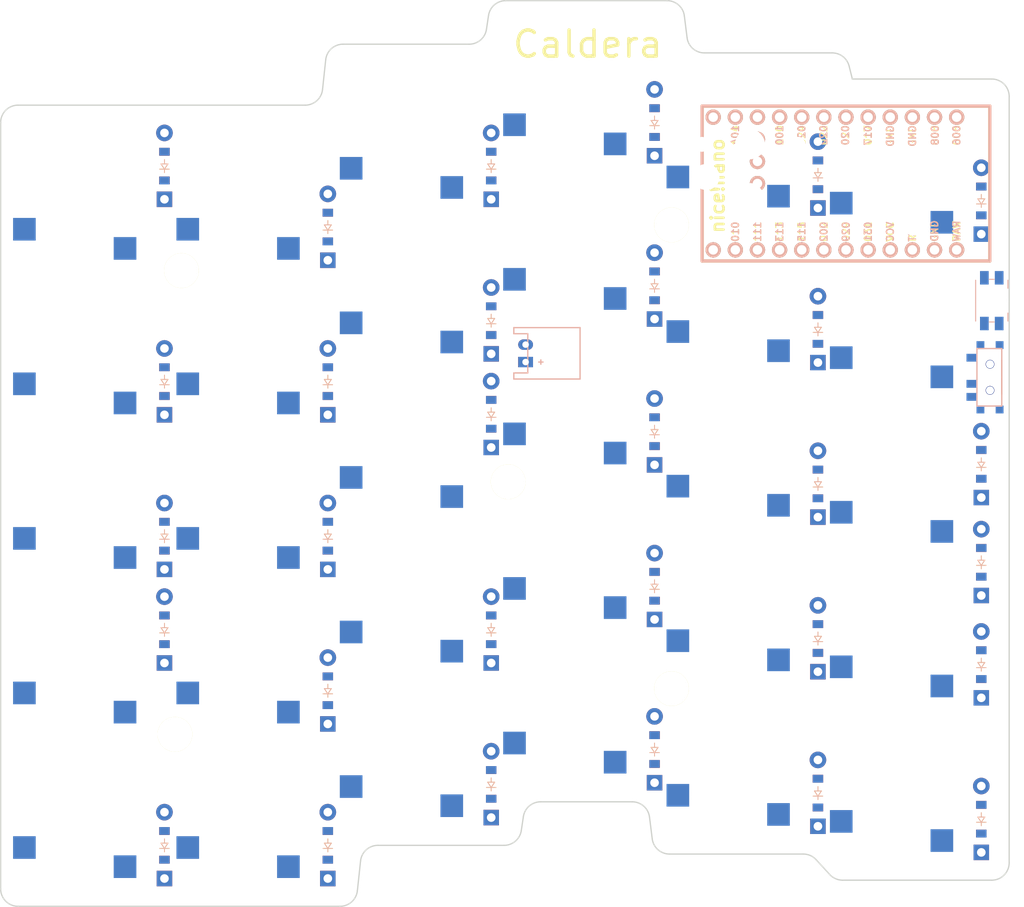
<source format=kicad_pcb>
(kicad_pcb (version 20240108) (generator "pcbnew") (generator_version "8.0")
  (title_block (title "left") (rev "v1.0.0") (company "Unknown"))
  (layers (0 "F.Cu" signal) (31 "B.Cu" signal) (34 "B.Paste" user) (35 "F.Paste" user) (36 "B.SilkS" user "B.Silkscreen") (37 "F.SilkS" user "F.Silkscreen") (38 "B.Mask" user) (39 "F.Mask" user) (44 "Edge.Cuts" user))
  (net 0 "")
  (net 1 "P020")
  (net 2 "first_mod")
  (net 3 "first_bottom")
  (net 4 "first_home")
  (net 5 "first_top")
  (net 6 "first_num")
  (net 7 "P022")
  (net 8 "second_mod")
  (net 9 "second_bottom")
  (net 10 "second_home")
  (net 11 "second_top")
  (net 12 "second_num")
  (net 13 "P024")
  (net 14 "third_mod")
  (net 15 "third_bottom")
  (net 16 "third_home")
  (net 17 "third_top")
  (net 18 "third_num")
  (net 19 "P100")
  (net 20 "fourth_mod")
  (net 21 "fourth_bottom")
  (net 22 "fourth_home")
  (net 23 "fourth_top")
  (net 24 "fourth_num")
  (net 25 "P011")
  (net 26 "fifth_mod")
  (net 27 "fifth_bottom")
  (net 28 "fifth_home")
  (net 29 "fifth_top")
  (net 30 "fifth_num")
  (net 31 "P017")
  (net 32 "sixth_mod")
  (net 33 "sixth_bottom")
  (net 34 "sixth_home")
  (net 35 "sixth_top")
  (net 36 "sixth_num")
  (net 37 "P113")
  (net 38 "P002")
  (net 39 "P029")
  (net 40 "P115")
  (net 41 "P031")
  (net 42 "RAW")
  (net 43 "GND")
  (net 44 "RST")
  (net 45 "VCC")
  (net 46 "P111")
  (net 47 "P010")
  (net 48 "P009")
  (net 49 "P006")
  (net 50 "P008")
  (net 51 "P104")
  (net 52 "P106")
  (net 53 "P101")
  (net 54 "P102")
  (net 55 "P107")
  (net 56 "pos")
  (footprint "E73:SPDT_C128955" (layer "F.Cu") (at 202.55 99.75 -90)
    (property "Reference" "T1" (hide yes))
    (property "Value" "" (hide yes))
    (pad "" smd rect (at -3.7 -1.1 270) (size 0.9 0.9) (layers "B.Cu" "B.Paste" "B.Mask"))
    (pad "" smd rect (at -3.7 1.1 270) (size 0.9 0.9) (layers "B.Cu" "B.Paste" "B.Mask"))
    (pad "" np_thru_hole circle (at -1.5 0) (size 1 1) (drill 0.9) (layers "*.Cu" "*.Mask"))
    (pad "" np_thru_hole circle (at 1.5 0) (size 1 1) (drill 0.9) (layers "*.Cu" "*.Mask"))
    (pad "" smd rect (at 3.7 -1.1 270) (size 0.9 0.9) (layers "B.Cu" "B.Paste" "B.Mask"))
    (pad "" smd rect (at 3.7 1.1 270) (size 0.9 0.9) (layers "B.Cu" "B.Paste" "B.Mask"))
    (pad "1" smd rect (at -2.25 2.075 270) (size 0.9 1.25) (layers "B.Cu" "B.Paste" "B.Mask") (net 56 "pos"))
    (pad "2" smd rect (at 0.75 2.075 270) (size 0.9 1.25) (layers "B.Cu" "B.Paste" "B.Mask") (net 42 "RAW"))
    (pad "3" smd rect (at 2.25 2.075 270) (size 0.9 1.25) (layers "B.Cu" "B.Paste" "B.Mask"))
  )
  (footprint "ComboDiode" (layer "F.Cu") (at 126.55 100.25 90)
    (property "Reference" "D7" (hide yes))
    (property "Value" "" (hide yes))
    (pad "1" thru_hole rect (at -3.81 0 90) (size 1.778 1.778) (drill 0.9906) (layers "*.Cu" "*.Mask") (net 39 "P029"))
    (pad "1" smd rect (at -1.65 0 90) (size 0.9 1.2) (layers "F.Cu" "F.Paste" "F.Mask") (net 39 "P029"))
    (pad "1" smd rect (at -1.65 0 90) (size 0.9 1.2) (layers "B.Cu" "B.Paste" "B.Mask") (net 39 "P029"))
    (pad "2" smd rect (at 1.65 0 90) (size 0.9 1.2) (layers "F.Cu" "F.Paste" "F.Mask") (net 11 "second_top"))
    (pad "2" smd rect (at 1.65 0 90) (size 0.9 1.2) (layers "B.Cu" "B.Paste" "B.Mask") (net 11 "second_top"))
    (pad "2" thru_hole circle (at 3.81 0 90) (size 1.905 1.905) (drill 0.9906) (layers "*.Cu" "*.Mask") (net 11 "second_top"))
  )
  (footprint "ComboDiode" (layer "F.Cu") (at 164.05 89.25 90)
    (property "Reference" "D30" (hide yes))
    (property "Value" "" (hide yes))
    (pad "1" thru_hole rect (at -3.81 0 90) (size 1.778 1.778) (drill 0.9906) (layers "*.Cu" "*.Mask") (net 39 "P029"))
    (pad "1" smd rect (at -1.65 0 90) (size 0.9 1.2) (layers "F.Cu" "F.Paste" "F.Mask") (net 39 "P029"))
    (pad "1" smd rect (at -1.65 0 90) (size 0.9 1.2) (layers "B.Cu" "B.Paste" "B.Mask") (net 39 "P029"))
    (pad "2" smd rect (at 1.65 0 90) (size 0.9 1.2) (layers "F.Cu" "F.Paste" "F.Mask") (net 23 "fourth_top"))
    (pad "2" smd rect (at 1.65 0 90) (size 0.9 1.2) (layers "B.Cu" "B.Paste" "B.Mask") (net 23 "fourth_top"))
    (pad "2" thru_hole circle (at 3.81 0 90) (size 1.905 1.905) (drill 0.9906) (layers "*.Cu" "*.Mask") (net 23 "fourth_top"))
  )
  (footprint "ComboDiode" (layer "F.Cu") (at 164.05 142.5 90)
    (property "Reference" "D29" (hide yes))
    (property "Value" "" (hide yes))
    (pad "1" thru_hole rect (at -3.81 0 90) (size 1.778 1.778) (drill 0.9906) (layers "*.Cu" "*.Mask") (net 37 "P113"))
    (pad "1" smd rect (at -1.65 0 90) (size 0.9 1.2) (layers "F.Cu" "F.Paste" "F.Mask") (net 37 "P113"))
    (pad "1" smd rect (at -1.65 0 90) (size 0.9 1.2) (layers "B.Cu" "B.Paste" "B.Mask") (net 37 "P113"))
    (pad "2" smd rect (at 1.65 0 90) (size 0.9 1.2) (layers "F.Cu" "F.Paste" "F.Mask") (net 20 "fourth_mod"))
    (pad "2" smd rect (at 1.65 0 90) (size 0.9 1.2) (layers "B.Cu" "B.Paste" "B.Mask") (net 20 "fourth_mod"))
    (pad "2" thru_hole circle (at 3.81 0 90) (size 1.905 1.905) (drill 0.9906) (layers "*.Cu" "*.Mask") (net 20 "fourth_mod"))
  )
  (footprint "PG1350" (layer "F.Cu") (at 137.5 107.5 180)
    (property "Reference" "S13" (hide yes))
    (property "Value" "" (hide yes))
    (pad "" np_thru_hole circle (at -5.5 0) (size 1.7018 1.7018) (drill 1.7018) (layers "*.Cu" "*.Mask"))
    (pad "" np_thru_hole circle (at 0 -5.95) (size 3 3) (drill 3) (layers "*.Cu" "*.Mask"))
    (pad "" np_thru_hole circle (at 0 0) (size 3.429 3.429) (drill 3.429) (layers "*.Cu" "*.Mask"))
    (pad "" np_thru_hole circle (at 5 -3.75) (size 3 3) (drill 3) (layers "*.Cu" "*.Mask"))
    (pad "" np_thru_hole circle (at 5.5 0) (size 1.7018 1.7018) (drill 1.7018) (layers "*.Cu" "*.Mask"))
    (pad "1" smd rect (at -3.275 -5.95 180) (size 2.6 2.6) (layers "B.Cu" "B.Paste" "B.Mask") (net 13 "P024"))
    (pad "2" smd rect (at 8.275 -3.75 180) (size 2.6 2.6) (layers "B.Cu" "B.Paste" "B.Mask") (net 16 "third_home"))
  )
  (footprint "PG1350" (layer "F.Cu") (at 175 73 180)
    (property "Reference" "S25" (hide yes))
    (property "Value" "" (hide yes))
    (pad "" np_thru_hole circle (at -5.5 0) (size 1.7018 1.7018) (drill 1.7018) (layers "*.Cu" "*.Mask"))
    (pad "" np_thru_hole circle (at 0 -5.95) (size 3 3) (drill 3) (layers "*.Cu" "*.Mask"))
    (pad "" np_thru_hole circle (at 0 0) (size 3.429 3.429) (drill 3.429) (layers "*.Cu" "*.Mask"))
    (pad "" np_thru_hole circle (at 5 -3.75) (size 3 3) (drill 3) (layers "*.Cu" "*.Mask"))
    (pad "" np_thru_hole circle (at 5.5 0) (size 1.7018 1.7018) (drill 1.7018) (layers "*.Cu" "*.Mask"))
    (pad "1" smd rect (at -3.275 -5.95 180) (size 2.6 2.6) (layers "B.Cu" "B.Paste" "B.Mask") (net 25 "P011"))
    (pad "2" smd rect (at 8.275 -3.75 180) (size 2.6 2.6) (layers "B.Cu" "B.Paste" "B.Mask") (net 30 "fifth_num"))
  )
  (footprint "ComboDiode" (layer "F.Cu") (at 164.05 70.5 90)
    (property "Reference" "D15" (hide yes))
    (property "Value" "" (hide yes))
    (pad "1" thru_hole rect (at -3.81 0 90) (size 1.778 1.778) (drill 0.9906) (layers "*.Cu" "*.Mask") (net 41 "P031"))
    (pad "1" smd rect (at -1.65 0 90) (size 0.9 1.2) (layers "F.Cu" "F.Paste" "F.Mask") (net 41 "P031"))
    (pad "1" smd rect (at -1.65 0 90) (size 0.9 1.2) (layers "B.Cu" "B.Paste" "B.Mask") (net 41 "P031"))
    (pad "2" smd rect (at 1.65 0 90) (size 0.9 1.2) (layers "F.Cu" "F.Paste" "F.Mask") (net 24 "fourth_num"))
    (pad "2" smd rect (at 1.65 0 90) (size 0.9 1.2) (layers "B.Cu" "B.Paste" "B.Mask") (net 24 "fourth_num"))
    (pad "2" thru_hole circle (at 3.81 0 90) (size 1.905 1.905) (drill 0.9906) (layers "*.Cu" "*.Mask") (net 24 "fourth_num"))
  )
  (footprint "PG1350" (layer "F.Cu") (at 118.75 79 180)
    (property "Reference" "S10" (hide yes))
    (property "Value" "" (hide yes))
    (pad "" np_thru_hole circle (at -5.5 0) (size 1.7018 1.7018) (drill 1.7018) (layers "*.Cu" "*.Mask"))
    (pad "" np_thru_hole circle (at 0 -5.95) (size 3 3) (drill 3) (layers "*.Cu" "*.Mask"))
    (pad "" np_thru_hole circle (at 0 0) (size 3.429 3.429) (drill 3.429) (layers "*.Cu" "*.Mask"))
    (pad "" np_thru_hole circle (at 5 -3.75) (size 3 3) (drill 3) (layers "*.Cu" "*.Mask"))
    (pad "" np_thru_hole circle (at 5.5 0) (size 1.7018 1.7018) (drill 1.7018) (layers "*.Cu" "*.Mask"))
    (pad "1" smd rect (at -3.275 -5.95 180) (size 2.6 2.6) (layers "B.Cu" "B.Paste" "B.Mask") (net 7 "P022"))
    (pad "2" smd rect (at 8.275 -3.75 180) (size 2.6 2.6) (layers "B.Cu" "B.Paste" "B.Mask") (net 12 "second_num"))
  )
  (footprint "ComboDiode" (layer "F.Cu") (at 164.05 106 90)
    (property "Reference" "D14" (hide yes))
    (property "Value" "" (hide yes))
    (pad "1" thru_hole rect (at -3.81 0 90) (size 1.778 1.778) (drill 0.9906) (layers "*.Cu" "*.Mask") (net 38 "P002"))
    (pad "1" smd rect (at -1.65 0 90) (size 0.9 1.2) (layers "F.Cu" "F.Paste" "F.Mask") (net 38 "P002"))
    (pad "1" smd rect (at -1.65 0 90) (size 0.9 1.2) (layers "B.Cu" "B.Paste" "B.Mask") (net 38 "P002"))
    (pad "2" smd rect (at 1.65 0 90) (size 0.9 1.2) (layers "F.Cu" "F.Paste" "F.Mask") (net 22 "fourth_home"))
    (pad "2" smd rect (at 1.65 0 90) (size 0.9 1.2) (layers "B.Cu" "B.Paste" "B.Mask") (net 22 "fourth_home"))
    (pad "2" thru_hole circle (at 3.81 0 90) (size 1.905 1.905) (drill 0.9906) (layers "*.Cu" "*.Mask") (net 22 "fourth_home"))
  )
  (footprint "PG1350" (layer "F.Cu") (at 175 144 180)
    (property "Reference" "S21" (hide yes))
    (property "Value" "" (hide yes))
    (pad "" np_thru_hole circle (at -5.5 0) (size 1.7018 1.7018) (drill 1.7018) (layers "*.Cu" "*.Mask"))
    (pad "" np_thru_hole circle (at 0 -5.95) (size 3 3) (drill 3) (layers "*.Cu" "*.Mask"))
    (pad "" np_thru_hole circle (at 0 0) (size 3.429 3.429) (drill 3.429) (layers "*.Cu" "*.Mask"))
    (pad "" np_thru_hole circle (at 5 -3.75) (size 3 3) (drill 3) (layers "*.Cu" "*.Mask"))
    (pad "" np_thru_hole circle (at 5.5 0) (size 1.7018 1.7018) (drill 1.7018) (layers "*.Cu" "*.Mask"))
    (pad "1" smd rect (at -3.275 -5.95 180) (size 2.6 2.6) (layers "B.Cu" "B.Paste" "B.Mask") (net 25 "P011"))
    (pad "2" smd rect (at 8.275 -3.75 180) (size 2.6 2.6) (layers "B.Cu" "B.Paste" "B.Mask") (net 26 "fifth_mod"))
  )
  (footprint "ComboDiode" (layer "F.Cu") (at 126.55 82.5 90)
    (property "Reference" "D8" (hide yes))
    (property "Value" "" (hide yes))
    (pad "1" thru_hole rect (at -3.81 0 90) (size 1.778 1.778) (drill 0.9906) (layers "*.Cu" "*.Mask") (net 41 "P031"))
    (pad "1" smd rect (at -1.65 0 90) (size 0.9 1.2) (layers "F.Cu" "F.Paste" "F.Mask") (net 41 "P031"))
    (pad "1" smd rect (at -1.65 0 90) (size 0.9 1.2) (layers "B.Cu" "B.Paste" "B.Mask") (net 41 "P031"))
    (pad "2" smd rect (at 1.65 0 90) (size 0.9 1.2) (layers "F.Cu" "F.Paste" "F.Mask") (net 12 "second_num"))
    (pad "2" smd rect (at 1.65 0 90) (size 0.9 1.2) (layers "B.Cu" "B.Paste" "B.Mask") (net 12 "second_num"))
    (pad "2" thru_hole circle (at 3.81 0 90) (size 1.905 1.905) (drill 0.9906) (layers "*.Cu" "*.Mask") (net 12 "second_num"))
  )
  (footprint "PG1350" (layer "F.Cu") (at 156.25 84.75 180)
    (property "Reference" "S19" (hide yes))
    (property "Value" "" (hide yes))
    (pad "" np_thru_hole circle (at -5.5 0) (size 1.7018 1.7018) (drill 1.7018) (layers "*.Cu" "*.Mask"))
    (pad "" np_thru_hole circle (at 0 -5.95) (size 3 3) (drill 3) (layers "*.Cu" "*.Mask"))
    (pad "" np_thru_hole circle (at 0 0) (size 3.429 3.429) (drill 3.429) (layers "*.Cu" "*.Mask"))
    (pad "" np_thru_hole circle (at 5 -3.75) (size 3 3) (drill 3) (layers "*.Cu" "*.Mask"))
    (pad "" np_thru_hole circle (at 5.5 0) (size 1.7018 1.7018) (drill 1.7018) (layers "*.Cu" "*.Mask"))
    (pad "1" smd rect (at -3.275 -5.95 180) (size 2.6 2.6) (layers "B.Cu" "B.Paste" "B.Mask") (net 19 "P100"))
    (pad "2" smd rect (at 8.275 -3.75 180) (size 2.6 2.6) (layers "B.Cu" "B.Paste" "B.Mask") (net 23 "fourth_top"))
  )
  (footprint "ComboDiode" (layer "F.Cu") (at 107.8 153.5 90)
    (property "Reference" "D1" (hide yes))
    (property "Value" "" (hide yes))
    (pad "1" thru_hole rect (at -3.81 0 90) (size 1.778 1.778) (drill 0.9906) (layers "*.Cu" "*.Mask") (net 37 "P113"))
    (pad "1" smd rect (at -1.65 0 90) (size 0.9 1.2) (layers "F.Cu" "F.Paste" "F.Mask") (net 37 "P113"))
    (pad "1" smd rect (at -1.65 0 90) (size 0.9 1.2) (layers "B.Cu" "B.Paste" "B.Mask") (net 37 "P113"))
    (pad "2" smd rect (at 1.65 0 90) (size 0.9 1.2) (layers "F.Cu" "F.Paste" "F.Mask") (net 2 "first_mod"))
    (pad "2" smd rect (at 1.65 0 90) (size 0.9 1.2) (layers "B.Cu" "B.Paste" "B.Mask") (net 2 "first_mod"))
    (pad "2" thru_hole circle (at 3.81 0 90) (size 1.905 1.905) (drill 0.9906) (layers "*.Cu" "*.Mask") (net 2 "first_mod"))
  )
  (footprint "HOLE_M2_TH" (layer "F.Cu") (at 109.75 87.5)
    (property "Reference" "" (at 0 0 0) (layer "F.SilkS") (effects (font (size 1.27 1.27))))
    (property "Value" "")
    (pad "" np_thru_hole circle (at 0 0 90) (size 4 4) (drill 4) (layers "*.Cu" "*.Mask" "F.SilkS") (clearance 0.3))
  )
  (footprint "PG1350" (layer "F.Cu") (at 118.75 96.75 180)
    (property "Reference" "S9" (hide yes))
    (property "Value" "" (hide yes))
    (pad "" np_thru_hole circle (at -5.5 0) (size 1.7018 1.7018) (drill 1.7018) (layers "*.Cu" "*.Mask"))
    (pad "" np_thru_hole circle (at 0 -5.95) (size 3 3) (drill 3) (layers "*.Cu" "*.Mask"))
    (pad "" np_thru_hole circle (at 0 0) (size 3.429 3.429) (drill 3.429) (layers "*.Cu" "*.Mask"))
    (pad "" np_thru_hole circle (at 5 -3.75) (size 3 3) (drill 3) (layers "*.Cu" "*.Mask"))
    (pad "" np_thru_hole circle (at 5.5 0) (size 1.7018 1.7018) (drill 1.7018) (layers "*.Cu" "*.Mask"))
    (pad "1" smd rect (at -3.275 -5.95 180) (size 2.6 2.6) (layers "B.Cu" "B.Paste" "B.Mask") (net 7 "P022"))
    (pad "2" smd rect (at 8.275 -3.75 180) (size 2.6 2.6) (layers "B.Cu" "B.Paste" "B.Mask") (net 11 "second_top"))
  )
  (footprint "ComboDiode" (layer "F.Cu") (at 182.8 129.75 90)
    (property "Reference" "D17" (hide yes))
    (property "Value" "" (hide yes))
    (pad "1" thru_hole rect (at -3.81 0 90) (size 1.778 1.778) (drill 0.9906) (layers "*.Cu" "*.Mask") (net 40 "P115"))
    (pad "1" smd rect (at -1.65 0 90) (size 0.9 1.2) (layers "F.Cu" "F.Paste" "F.Mask") (net 40 "P115"))
    (pad "1" smd rect (at -1.65 0 90) (size 0.9 1.2) (layers "B.Cu" "B.Paste" "B.Mask") (net 40 "P115"))
    (pad "2" smd rect (at 1.65 0 90) (size 0.9 1.2) (layers "F.Cu" "F.Paste" "F.Mask") (net 27 "fifth_bottom"))
    (pad "2" smd rect (at 1.65 0 90) (size 0.9 1.2) (layers "B.Cu" "B.Paste" "B.Mask") (net 27 "fifth_bottom"))
    (pad "2" thru_hole circle (at 3.81 0 90) (size 1.905 1.905) (drill 0.9906) (layers "*.Cu" "*.Mask") (net 27 "fifth_bottom"))
  )
  (footprint "PG1350" (layer "F.Cu") (at 193.75 147 180)
    (property "Reference" "S26" (hide yes))
    (property "Value" "" (hide yes))
    (pad "" np_thru_hole circle (at -5.5 0) (size 1.7018 1.7018) (drill 1.7018) (layers "*.Cu" "*.Mask"))
    (pad "" np_thru_hole circle (at 0 -5.95) (size 3 3) (drill 3) (layers "*.Cu" "*.Mask"))
    (pad "" np_thru_hole circle (at 0 0) (size 3.429 3.429) (drill 3.429) (layers "*.Cu" "*.Mask"))
    (pad "" np_thru_hole circle (at 5 -3.75) (size 3 3) (drill 3) (layers "*.Cu" "*.Mask"))
    (pad "" np_thru_hole circle (at 5.5 0) (size 1.7018 1.7018) (drill 1.7018) (layers "*.Cu" "*.Mask"))
    (pad "1" smd rect (at -3.275 -5.95 180) (size 2.6 2.6) (layers "B.Cu" "B.Paste" "B.Mask") (net 31 "P017"))
    (pad "2" smd rect (at 8.275 -3.75 180) (size 2.6 2.6) (layers "B.Cu" "B.Paste" "B.Mask") (net 32 "sixth_mod"))
  )
  (footprint "ComboDiode" (layer "F.Cu") (at 126.55 153.5 90)
    (property "Reference" "D4" (hide yes))
    (property "Value" "" (hide yes))
    (pad "1" thru_hole rect (at -3.81 0 90) (size 1.778 1.778) (drill 0.9906) (layers "*.Cu" "*.Mask") (net 37 "P113"))
    (pad "1" smd rect (at -1.65 0 90) (size 0.9 1.2) (layers "F.Cu" "F.Paste" "F.Mask") (net 37 "P113"))
    (pad "1" smd rect (at -1.65 0 90) (size 0.9 1.2) (layers "B.Cu" "B.Paste" "B.Mask") (net 37 "P113"))
    (pad "2" smd rect (at 1.65 0 90) (size 0.9 1.2) (layers "F.Cu" "F.Paste" "F.Mask") (net 8 "second_mod"))
    (pad "2" smd rect (at 1.65 0 90) (size 0.9 1.2) (layers "B.Cu" "B.Paste" "B.Mask") (net 8 "second_mod"))
    (pad "2" thru_hole circle (at 3.81 0 90) (size 1.905 1.905) (drill 0.9906) (layers "*.Cu" "*.Mask") (net 8 "second_mod"))
  )
  (footprint "ComboDiode" (layer "F.Cu") (at 145.3 146.5 90)
    (property "Reference" "D9" (hide yes))
    (property "Value" "" (hide yes))
    (pad "1" thru_hole rect (at -3.81 0 90) (size 1.778 1.778) (drill 0.9906) (layers "*.Cu" "*.Mask") (net 37 "P113"))
    (pad "1" smd rect (at -1.65 0 90) (size 0.9 1.2) (layers "F.Cu" "F.Paste" "F.Mask") (net 37 "P113"))
    (pad "1" smd rect (at -1.65 0 90) (size 0.9 1.2) (layers "B.Cu" "B.Paste" "B.Mask") (net 37 "P113"))
    (pad "2" smd rect (at 1.65 0 90) (size 0.9 1.2) (layers "F.Cu" "F.Paste" "F.Mask") (net 14 "third_mod"))
    (pad "2" smd rect (at 1.65 0 90) (size 0.9 1.2) (layers "B.Cu" "B.Paste" "B.Mask") (net 14 "third_mod"))
    (pad "2" thru_hole circle (at 3.81 0 90) (size 1.905 1.905) (drill 0.9906) (layers "*.Cu" "*.Mask") (net 14 "third_mod"))
  )
  (footprint "PG1350" (layer "F.Cu") (at 156.25 67 180)
    (property "Reference" "S20" (hide yes))
    (property "Value" "" (hide yes))
    (pad "" np_thru_hole circle (at -5.5 0) (size 1.7018 1.7018) (drill 1.7018) (layers "*.Cu" "*.Mask"))
    (pad "" np_thru_hole circle (at 0 -5.95) (size 3 3) (drill 3) (layers "*.Cu" "*.Mask"))
    (pad "" np_thru_hole circle (at 0 0) (size 3.429 3.429) (drill 3.429) (layers "*.Cu" "*.Mask"))
    (pad "" np_thru_hole circle (at 5 -3.75) (size 3 3) (drill 3) (layers "*.Cu" "*.Mask"))
    (pad "" np_thru_hole circle (at 5.5 0) (size 1.7018 1.7018) (drill 1.7018) (layers "*.Cu" "*.Mask"))
    (pad "1" smd rect (at -3.275 -5.95 180) (size 2.6 2.6) (layers "B.Cu" "B.Paste" "B.Mask") (net 19 "P100"))
    (pad "2" smd rect (at 8.275 -3.75 180) (size 2.6 2.6) (layers "B.Cu" "B.Paste" "B.Mask") (net 24 "fourth_num"))
  )
  (footprint "PG1350" (layer "F.Cu") (at 137.5 72 180)
    (property "Reference" "S15" (hide yes))
    (property "Value" "" (hide yes))
    (pad "" np_thru_hole circle (at -5.5 0) (size 1.7018 1.7018) (drill 1.7018) (layers "*.Cu" "*.Mask"))
    (pad "" np_thru_hole circle (at 0 -5.95) (size 3 3) (drill 3) (layers "*.Cu" "*.Mask"))
    (pad "" np_thru_hole circle (at 0 0) (size 3.429 3.429) (drill 3.429) (layers "*.Cu" "*.Mask"))
    (pad "" np_thru_hole circle (at 5 -3.75) (size 3 3) (drill 3) (layers "*.Cu" "*.Mask"))
    (pad "" np_thru_hole circle (at 5.5 0) (size 1.7018 1.7018) (drill 1.7018) (layers "*.Cu" "*.Mask"))
    (pad "1" smd rect (at -3.275 -5.95 180) (size 2.6 2.6) (layers "B.Cu" "B.Paste" "B.Mask") (net 13 "P024"))
    (pad "2" smd rect (at 8.275 -3.75 180) (size 2.6 2.6) (layers "B.Cu" "B.Paste" "B.Mask") (net 18 "third_num"))
  )
  (footprint "ComboDiode" (layer "F.Cu") (at 201.55 121 90)
    (property "Reference" "D25" (hide yes))
    (property "Value" "" (hide yes))
    (pad "1" thru_hole rect (at -3.81 0 90) (size 1.778 1.778) (drill 0.9906) (layers "*.Cu" "*.Mask") (net 38 "P002"))
    (pad "1" smd rect (at -1.65 0 90) (size 0.9 1.2) (layers "F.Cu" "F.Paste" "F.Mask") (net 38 "P002"))
    (pad "1" smd rect (at -1.65 0 90) (size 0.9 1.2) (layers "B.Cu" "B.Paste" "B.Mask") (net 38 "P002"))
    (pad "2" smd rect (at 1.65 0 90) (size 0.9 1.2) (layers "F.Cu" "F.Paste" "F.Mask") (net 34 "sixth_home"))
    (pad "2" smd rect (at 1.65 0 90) (size 0.9 1.2) (layers "B.Cu" "B.Paste" "B.Mask") (net 34 "sixth_home"))
    (pad "2" thru_hole circle (at 3.81 0 90) (size 1.905 1.905) (drill 0.9906) (layers "*.Cu" "*.Mask") (net 34 "sixth_home"))
  )
  (footprint "ComboDiode" (layer "F.Cu") (at 164.05 123.75 90)
    (property "Reference" "D13" (hide yes))
    (property "Value" "" (hide yes))
    (pad "1" thru_hole rect (at -3.81 0 90) (size 1.778 1.778) (drill 0.9906) (layers "*.Cu" "*.Mask") (net 40 "P115"))
    (pad "1" smd rect (at -1.65 0 90) (size 0.9 1.2) (layers "F.Cu" "F.Paste" "F.Mask") (net 40 "P115"))
    (pad "1" smd rect (at -1.65 0 90) (size 0.9 1.2) (layers "B.Cu" "B.Paste" "B.Mask") (net 40 "P115"))
    (pad "2" smd rect (at 1.65 0 90) (size 0.9 1.2) (layers "F.Cu" "F.Paste" "F.Mask") (net 21 "fourth_bottom"))
    (pad "2" smd rect (at 1.65 0 90) (size 0.9 1.2) (layers "B.Cu" "B.Paste" "B.Mask") (net 21 "fourth_bottom"))
    (pad "2" thru_hole circle (at 3.81 0 90) (size 1.905 1.905) (drill 0.9906) (layers "*.Cu" "*.Mask") (net 21 "fourth_bottom"))
  )
  (footprint "PG1350" (layer "F.Cu") (at 175 90.75 180)
    (property "Reference" "S24" (hide yes))
    (property "Value" "" (hide yes))
    (pad "" np_thru_hole circle (at -5.5 0) (size 1.7018 1.7018) (drill 1.7018) (layers "*.Cu" "*.Mask"))
    (pad "" np_thru_hole circle (at 0 -5.95) (size 3 3) (drill 3) (layers "*.Cu" "*.Mask"))
    (pad "" np_thru_hole circle (at 0 0) (size 3.429 3.429) (drill 3.429) (layers "*.Cu" "*.Mask"))
    (pad "" np_thru_hole circle (at 5 -3.75) (size 3 3) (drill 3) (layers "*.Cu" "*.Mask"))
    (pad "" np_thru_hole circle (at 5.5 0) (size 1.7018 1.7018) (drill 1.7018) (layers "*.Cu" "*.Mask"))
    (pad "1" smd rect (at -3.275 -5.95 180) (size 2.6 2.6) (layers "B.Cu" "B.Paste" "B.Mask") (net 25 "P011"))
    (pad "2" smd rect (at 8.275 -3.75 180) (size 2.6 2.6) (layers "B.Cu" "B.Paste" "B.Mask") (net 29 "fifth_top"))
  )
  (footprint "ComboDiode" (layer "F.Cu") (at 126.55 118 90)
    (property "Reference" "D6" (hide yes))
    (property "Value" "" (hide yes))
    (pad "1" thru_hole rect (at -3.81 0 90) (size 1.778 1.778) (drill 0.9906) (layers "*.Cu" "*.Mask") (net 38 "P002"))
    (pad "1" smd rect (at -1.65 0 90) (size 0.9 1.2) (layers "F.Cu" "F.Paste" "F.Mask") (net 38 "P002"))
    (pad "1" smd rect (at -1.65 0 90) (size 0.9 1.2) (layers "B.Cu" "B.Paste" "B.Mask") (net 38 "P002"))
    (pad "2" smd rect (at 1.65 0 90) (size 0.9 1.2) (layers "F.Cu" "F.Paste" "F.Mask") (net 10 "second_home"))
    (pad "2" smd rect (at 1.65 0 90) (size 0.9 1.2) (layers "B.Cu" "B.Paste" "B.Mask") (net 10 "second_home"))
    (pad "2" thru_hole circle (at 3.81 0 90) (size 1.905 1.905) (drill 0.9906) (layers "*.Cu" "*.Mask") (net 10 "second_home"))
  )
  (footprint "PG1350" (layer "F.Cu") (at 156.25 102.5 180)
    (property "Reference" "S18" (hide yes))
    (property "Value" "" (hide yes))
    (pad "" np_thru_hole circle (at -5.5 0) (size 1.7018 1.7018) (drill 1.7018) (layers "*.Cu" "*.Mask"))
    (pad "" np_thru_hole circle (at 0 -5.95) (size 3 3) (drill 3) (layers "*.Cu" "*.Mask"))
    (pad "" np_thru_hole circle (at 0 0) (size 3.429 3.429) (drill 3.429) (layers "*.Cu" "*.Mask"))
    (pad "" np_thru_hole circle (at 5 -3.75) (size 3 3) (drill 3) (layers "*.Cu" "*.Mask"))
    (pad "" np_thru_hole circle (at 5.5 0) (size 1.7018 1.7018) (drill 1.7018) (layers "*.Cu" "*.Mask"))
    (pad "1" smd rect (at -3.275 -5.95 180) (size 2.6 2.6) (layers "B.Cu" "B.Paste" "B.Mask") (net 19 "P100"))
    (pad "2" smd rect (at 8.275 -3.75 180) (size 2.6 2.6) (layers "B.Cu" "B.Paste" "B.Mask") (net 22 "fourth_home"))
  )
  (footprint "PG1350" (layer "F.Cu") (at 193.75 129.25 180)
    (property "Reference" "S27" (hide yes))
    (property "Value" "" (hide yes))
    (pad "" np_thru_hole circle (at -5.5 0) (size 1.7018 1.7018) (drill 1.7018) (layers "*.Cu" "*.Mask"))
    (pad "" np_thru_hole circle (at 0 -5.95) (size 3 3) (drill 3) (layers "*.Cu" "*.Mask"))
    (pad "" np_thru_hole circle (at 0 0) (size 3.429 3.429) (drill 3.429) (layers "*.Cu" "*.Mask"))
    (pad "" np_thru_hole circle (at 5 -3.75) (size 3 3) (drill 3) (layers "*.Cu" "*.Mask"))
    (pad "" np_thru_hole circle (at 5.5 0) (size 1.7018 1.7018) (drill 1.7018) (layers "*.Cu" "*.Mask"))
    (pad "1" smd rect (at -3.275 -5.95 180) (size 2.6 2.6) (layers "B.Cu" "B.Paste" "B.Mask") (net 31 "P017"))
    (pad "2" smd rect (at 8.275 -3.75 180) (size 2.6 2.6) (layers "B.Cu" "B.Paste" "B.Mask") (net 33 "sixth_bottom"))
  )
  (footprint "PG1350" (layer "F.Cu") (at 193.75 93.75 180)
    (property "Reference" "S29" (hide yes))
    (property "Value" "" (hide yes))
    (pad "" np_thru_hole circle (at -5.5 0) (size 1.7018 1.7018) (drill 1.7018) (layers "*.Cu" "*.Mask"))
    (pad "" np_thru_hole circle (at 0 -5.95) (size 3 3) (drill 3) (layers "*.Cu" "*.Mask"))
    (pad "" np_thru_hole circle (at 0 0) (size 3.429 3.429) (drill 3.429) (layers "*.Cu" "*.Mask"))
    (pad "" np_thru_hole circle (at 5 -3.75) (size 3 3) (drill 3) (layers "*.Cu" "*.Mask"))
    (pad "" np_thru_hole circle (at 5.5 0) (size 1.7018 1.7018) (drill 1.7018) (layers "*.Cu" "*.Mask"))
    (pad "1" smd rect (at -3.275 -5.95 180) (size 2.6 2.6) (layers "B.Cu" "B.Paste" "B.Mask") (net 31 "P017"))
    (pad "2" smd rect (at 8.275 -3.75 180) (size 2.6 2.6) (layers "B.Cu" "B.Paste" "B.Mask") (net 35 "sixth_top"))
  )
  (footprint "PG1350" (layer "F.Cu") (at 137.5 143 180)
    (property "Reference" "S11" (hide yes))
    (property "Value" "" (hide yes))
    (pad "" np_thru_hole circle (at -5.5 0) (size 1.7018 1.7018) (drill 1.7018) (layers "*.Cu" "*.Mask"))
    (pad "" np_thru_hole circle (at 0 -5.95) (size 3 3) (drill 3) (layers "*.Cu" "*.Mask"))
    (pad "" np_thru_hole circle (at 0 0) (size 3.429 3.429) (drill 3.429) (layers "*.Cu" "*.Mask"))
    (pad "" np_thru_hole circle (at 5 -3.75) (size 3 3) (drill 3) (layers "*.Cu" "*.Mask"))
    (pad "" np_thru_hole circle (at 5.5 0) (size 1.7018 1.7018) (drill 1.7018) (layers "*.Cu" "*.Mask"))
    (pad "1" smd rect (at -3.275 -5.95 180) (size 2.6 2.6) (layers "B.Cu" "B.Paste" "B.Mask") (net 13 "P024"))
    (pad "2" smd rect (at 8.275 -3.75 180) (size 2.6 2.6) (layers "B.Cu" "B.Paste" "B.Mask") (net 14 "third_mod"))
  )
  (footprint "PG1350" (layer "F.Cu") (at 156.25 138 180)
    (property "Reference" "S16" (hide yes))
    (property "Value" "" (hide yes))
    (pad "" np_thru_hole circle (at -5.5 0) (size 1.7018 1.7018) (drill 1.7018) (layers "*.Cu" "*.Mask"))
    (pad "" np_thru_hole circle (at 0 -5.95) (size 3 3) (drill 3) (layers "*.Cu" "*.Mask"))
    (pad "" np_thru_hole circle (at 0 0) (size 3.429 3.429) (drill 3.429) (layers "*.Cu" "*.Mask"))
    (pad "" np_thru_hole circle (at 5 -3.75) (size 3 3) (drill 3) (layers "*.Cu" "*.Mask"))
    (pad "" np_thru_hole circle (at 5.5 0) (size 1.7018 1.7018) (drill 1.7018) (layers "*.Cu" "*.Mask"))
    (pad "1" smd rect (at -3.275 -5.95 180) (size 2.6 2.6) (layers "B.Cu" "B.Paste" "B.Mask") (net 19 "P100"))
    (pad "2" smd rect (at 8.275 -3.75 180) (size 2.6 2.6) (layers "B.Cu" "B.Paste" "B.Mask") (net 20 "fourth_mod"))
  )
  (footprint "PG1350" (layer "F.Cu") (at 100 96.75 180)
    (property "Reference" "S4" (hide yes))
    (property "Value" "" (hide yes))
    (pad "" np_thru_hole circle (at -5.5 0) (size 1.7018 1.7018) (drill 1.7018) (layers "*.Cu" "*.Mask"))
    (pad "" np_thru_hole circle (at 0 -5.95) (size 3 3) (drill 3) (layers "*.Cu" "*.Mask"))
    (pad "" np_thru_hole circle (at 0 0) (size 3.429 3.429) (drill 3.429) (layers "*.Cu" "*.Mask"))
    (pad "" np_thru_hole circle (at 5 -3.75) (size 3 3) (drill 3) (layers "*.Cu" "*.Mask"))
    (pad "" np_thru_hole circle (at 5.5 0) (size 1.7018 1.7018) (drill 1.7018) (layers "*.Cu" "*.Mask"))
    (pad "1" smd rect (at -3.275 -5.95 180) (size 2.6 2.6) (layers "B.Cu" "B.Paste" "B.Mask") (net 1 "P020"))
    (pad "2" smd rect (at 8.275 -3.75 180) (size 2.6 2.6) (layers "B.Cu" "B.Paste" "B.Mask") (net 5 "first_top"))
  )
  (footprint "PG1350" (layer "F.Cu") (at 118.75 114.5 180)
    (property "Reference" "S8" (hide yes))
    (property "Value" "" (hide yes))
    (pad "" np_thru_hole circle (at -5.5 0) (size 1.7018 1.7018) (drill 1.7018) (layers "*.Cu" "*.Mask"))
    (pad "" np_thru_hole circle (at 0 -5.95) (size 3 3) (drill 3) (layers "*.Cu" "*.Mask"))
    (pad "" np_thru_hole circle (at 0 0) (size 3.429 3.429) (drill 3.429) (layers "*.Cu" "*.Mask"))
    (pad "" np_thru_hole circle (at 5 -3.75) (size 3 3) (drill 3) (layers "*.Cu" "*.Mask"))
    (pad "" np_thru_hole circle (at 5.5 0) (size 1.7018 1.7018) (drill 1.7018) (layers "*.Cu" "*.Mask"))
    (pad "1" smd rect (at -3.275 -5.95 180) (size 2.6 2.6) (layers "B.Cu" "B.Paste" "B.Mask") (net 7 "P022"))
    (pad "2" smd rect (at 8.275 -3.75 180) (size 2.6 2.6) (layers "B.Cu" "B.Paste" "B.Mask") (net 10 "second_home"))
  )
  (footprint "ComboDiode" (layer "F.Cu") (at 182.8 147.5 90)
    (property "Reference" "D16" (hide yes))
    (property "Value" "" (hide yes))
    (pad "1" thru_hole rect (at -3.81 0 90) (size 1.778 1.778) (drill 0.9906) (layers "*.Cu" "*.Mask") (net 37 "P113"))
    (pad "1" smd rect (at -1.65 0 90) (size 0.9 1.2) (layers "F.Cu" "F.Paste" "F.Mask") (net 37 "P113"))
    (pad "1" smd rect (at -1.65 0 90) (size 0.9 1.2) (layers "B.Cu" "B.Paste" "B.Mask") (net 37 "P113"))
    (pad "2" smd rect (at 1.65 0 90) (size 0.9 1.2) (layers "F.Cu" "F.Paste" "F.Mask") (net 26 "fifth_mod"))
    (pad "2" smd rect (at 1.65 0 90) (size 0.9 1.2) (layers "B.Cu" "B.Paste" "B.Mask") (net 26 "fifth_mod"))
    (pad "2" thru_hole circle (at 3.81 0 90) (size 1.905 1.905) (drill 0.9906) (layers "*.Cu" "*.Mask") (net 26 "fifth_mod"))
  )
  (footprint "PG1350" (layer "F.Cu") (at 193.75 111.5 180)
    (property "Reference" "S28" (hide yes))
    (property "Value" "" (hide yes))
    (pad "" np_thru_hole circle (at -5.5 0) (size 1.7018 1.7018) (drill 1.7018) (layers "*.Cu" "*.Mask"))
    (pad "" np_thru_hole circle (at 0 -5.95) (size 3 3) (drill 3) (layers "*.Cu" "*.Mask"))
    (pad "" np_thru_hole circle (at 0 0) (size 3.429 3.429) (drill 3.429) (layers "*.Cu" "*.Mask"))
    (pad "" np_thru_hole circle (at 5 -3.75) (size 3 3) (drill 3) (layers "*.Cu" "*.Mask"))
    (pad "" np_thru_hole circle (at 5.5 0) (size 1.7018 1.7018) (drill 1.7018) (layers "*.Cu" "*.Mask"))
    (pad "1" smd rect (at -3.275 -5.95 180) (size 2.6 2.6) (layers "B.Cu" "B.Paste" "B.Mask") (net 31 "P017"))
    (pad "2" smd rect (at 8.275 -3.75 180) (size 2.6 2.6) (layers "B.Cu" "B.Paste" "B.Mask") (net 34 "sixth_home"))
  )
  (footprint "PG1350" (layer "F.Cu") (at 156.25 120.25 180)
    (property "Reference" "S17" (hide yes))
    (property "Value" "" (hide yes))
    (pad "" np_thru_hole circle (at -5.5 0) (size 1.7018 1.7018) (drill 1.7018) (layers "*.Cu" "*.Mask"))
    (pad "" np_thru_hole circle (at 0 -5.95) (size 3 3) (drill 3) (layers "*.Cu" "*.Mask"))
    (pad "" np_thru_hole circle (at 0 0) (size 3.429 3.429) (drill 3.429) (layers "*.Cu" "*.Mask"))
    (pad "" np_thru_hole circle (at 5 -3.75) (size 3 3) (drill 3) (layers "*.Cu" "*.Mask"))
    (pad "" np_thru_hole circle (at 5.5 0) (size 1.7018 1.7018) (drill 1.7018) (layers "*.Cu" "*.Mask"))
    (pad "1" smd rect (at -3.275 -5.95 180) (size 2.6 2.6) (layers "B.Cu" "B.Paste" "B.Mask") (net 19 "P100"))
    (pad "2" smd rect (at 8.275 -3.75 180) (size 2.6 2.6) (layers "B.Cu" "B.Paste" "B.Mask") (net 21 "fourth_bottom"))
  )
  (footprint "Panasonic_EVQPUL_EVQPUC" (layer "F.Cu") (at 202.75 90.95 -90)
    (property "Reference" "B1" (hide yes))
    (property "Value" "Panasonic_EVQPUL_EVQPUC" (hide yes))
    (pad "" np_thru_hole circle (at 0 -1.375 270) (size 0.75 0.75) (drill 0.75) (layers "*.Cu" "*.Mask"))
    (pad "" np_thru_hole circle (at 0 1.375 270) (size 0.75 0.75) (drill 0.75) (layers "*.Cu" "*.Mask"))
    (pad "1" smd rect (at -2.625 -0.85 270) (size 1.55 1) (layers "B.Cu" "B.Paste" "B.Mask") (net 43 "GND"))
    (pad "1" smd rect (at 2.625 -0.85 270) (size 1.55 1) (layers "B.Cu" "B.Paste" "B.Mask") (net 43 "GND"))
    (pad "2" smd rect (at -2.625 0.85 270) (size 1.55 1) (layers "B.Cu" "B.Paste" "B.Mask") (net 44 "RST"))
    (pad "2" smd rect (at 2.625 0.85 270) (size 1.55 1) (layers "B.Cu" "B.Paste" "B.Mask") (net 44 "RST"))
  )
  (footprint "nice_nano" (layer "F.Cu") (at 184.75 77.5 180)
    (property "Reference" "MCU1" (hide yes))
    (property "Value" "nice_nano" (hide yes))
    (fp_text user "031" (at -3.81 -5.537191 -90) (layer "B.SilkS") (effects (font (size 0.8 0.8)) (justify mirror)))
    (fp_text user "002" (at 1.27 -5.537191 -90) (layer "B.SilkS") (effects (font (size 0.8 0.8)) (justify mirror)))
    (fp_text user "RST" (at -8.89 -5.588 -90) (layer "B.SilkS") (effects (font (size 0.8 0.8)) (justify mirror)))
    (fp_text user "006" (at -13.97 5.53719 -90) (layer "B.SilkS") (effects (font (size 0.8 0.8)) (justify mirror)))
    (fp_text user "111" (at 8.89 -5.537191 -90) (layer "B.SilkS") (effects (font (size 0.8 0.8)) (justify mirror)))
    (fp_text user "008" (at -11.5 5.53719 -90) (layer "B.SilkS") (effects (font (size 0.8 0.8)) (justify mirror)))
    (fp_text user "115" (at 3.81 -5.537191 -90) (layer "B.SilkS") (effects (font (size 0.8 0.8)) (justify mirror)))
    (fp_text user "104" (at 11.43 5.53719 -90) (layer "B.SilkS") (effects (font (size 0.8 0.8)) (justify mirror)))
    (fp_text user "017" (at -3.8 5.53719 -90) (layer "B.SilkS") (effects (font (size 0.8 0.8)) (justify mirror)))
    (fp_text user "RAW" (at -13.97 -5.473715 -90) (layer "B.SilkS") (effects (font (size 0.8 0.8)) (justify mirror)))
    (fp_text user "024" (at 3.81 5.53719 -90) (layer "B.SilkS") (effects (font (size 0.8 0.8)) (justify mirror)))
    (fp_text user "010" (at 11.43 -5.537191 -90) (layer "B.SilkS") (effects (font (size 0.8 0.8)) (justify mirror)))
    (fp_text user "020" (at -1.2 5.53719 -90) (layer "B.SilkS") (effects (font (size 0.8 0.8)) (justify mirror)))
    (fp_text user "113" (at 6.35 -5.537191 -90) (layer "B.SilkS") (effects (font (size 0.8 0.8)) (justify mirror)))
    (fp_text user "GND" (at -8.89 5.461 -90) (layer "B.SilkS") (effects (font (size 0.8 0.8)) (justify mirror)))
    (fp_text user "029" (at -1.27 -5.537191 -90) (layer "B.SilkS") (effects (font (size 0.8 0.8)) (justify mirror)))
    (fp_text user "022" (at 1.3 5.53719 -90) (layer "B.SilkS") (effects (font (size 0.8 0.8)) (justify mirror)))
    (fp_text user "VCC" (at -6.35 -5.537191 -90) (layer "B.SilkS") (effects (font (size 0.8 0.8)) (justify mirror)))
    (fp_text user "GND" (at -11.43 -5.454667 -90) (layer "B.SilkS") (effects (font (size 0.8 0.8)) (justify mirror)))
    (fp_text user "GND" (at -6.35 5.461 -90) (layer "B.SilkS") (effects (font (size 0.8 0.8)) (justify mirror)))
    (fp_text user "100" (at 6.35 5.53719 -90) (layer "B.SilkS") (effects (font (size 0.8 0.8)) (justify mirror)))
    (fp_text user "115" (at 3.81 -5.537191 -90) (layer "F.SilkS") (effects (font (size 0.8 0.8))))
    (fp_text user "GND" (at -8.89 5.461 -90) (layer "F.SilkS") (effects (font (size 0.8 0.8))))
    (fp_text user "029" (at -1.27 -5.537191 -90) (layer "F.SilkS") (effects (font (size 0.8 0.8))))
    (fp_text user "111" (at 8.89 -5.537191 -90) (layer "F.SilkS") (effects (font (size 0.8 0.8))))
    (fp_text user "008" (at -11.5 5.53719 -90) (layer "F.SilkS") (effects (font (size 0.8 0.8))))
    (fp_text user "024" (at 3.81 5.53719 -90) (layer "F.SilkS") (effects (font (size 0.8 0.8))))
    (fp_text user "GND" (at -6.35 5.461 -90) (layer "F.SilkS") (effects (font (size 0.8 0.8))))
    (fp_text user "020" (at -1.2 5.53719 -90) (layer "F.SilkS") (effects (font (size 0.8 0.8))))
    (fp_text user "017" (at -3.8 5.53719 -90) (layer "F.SilkS") (effects (font (size 0.8 0.8))))
    (fp_text user "100" (at 6.35 5.53719 -90) (layer "F.SilkS") (effects (font (size 0.8 0.8))))
    (fp_text user "VCC" (at -6.35 -5.537191 -90) (layer "F.SilkS") (effects (font (size 0.8 0.8))))
    (fp_text user "010" (at 11.43 -5.537191 -90) (layer "F.SilkS") (effects (font (size 0.8 0.8))))
    (fp_text user "002" (at 1.27 -5.537191 -90) (layer "F.SilkS") (effects (font (size 0.8 0.8))))
    (fp_text user "GND" (at -11.43 -5.454667 -90) (layer "F.SilkS") (effects (font (size 0.8 0.8))))
    (fp_text user "031" (at -3.81 -5.537191 -90) (layer "F.SilkS") (effects (font (size 0.8 0.8))))
    (fp_text user "006" (at -13.97 5.53719 -90) (layer "F.SilkS") (effects (font (size 0.8 0.8))))
    (fp_text user "RAW" (at -13.97 -5.473715 -90) (layer "F.SilkS") (effects (font (size 0.8 0.8))))
    (fp_text user "nice!nano" (at 13.462 -0.254 -90) (layer "F.SilkS") (effects (font (size 1.5 1.5) (thickness 0.3))))
    (fp_text user "104" (at 11.43 5.53719 -90) (layer "F.SilkS") (effects (font (size 0.8 0.8))))
    (fp_text user "022" (at 1.3 5.53719 -90) (layer "F.SilkS") (effects (font (size 0.8 0.8))))
    (fp_text user "113" (at 6.35 -5.537191 -90) (layer "F.SilkS") (effects (font (size 0.8 0.8))))
    (fp_text user "RST" (at -8.89 -5.588 -90) (layer "F.SilkS") (effects (font (size 0.8 0.8))))
    (pad "1" thru_hole circle (at -13.97 7.62) (size 1.7526 1.7526) (drill 1.0922) (layers "*.Cu" "*.SilkS" "*.Mask") (net 49 "P006"))
    (pad "2" thru_hole circle (at -11.43 7.62) (size 1.7526 1.7526) (drill 1.0922) (layers "*.Cu" "*.SilkS" "*.Mask") (net 50 "P008"))
    (pad "3" thru_hole circle (at -8.89 7.62) (size 1.7526 1.7526) (drill 1.0922) (layers "*.Cu" "*.SilkS" "*.Mask") (net 43 "GND"))
    (pad "4" thru_hole circle (at -6.35 7.62) (size 1.7526 1.7526) (drill 1.0922) (layers "*.Cu" "*.SilkS" "*.Mask") (net 43 "GND"))
    (pad "5" thru_hole circle (at -3.81 7.62) (size 1.7526 1.7526) (drill 1.0922) (layers "*.Cu" "*.SilkS" "*.Mask") (net 31 "P017"))
    (pad "6" thru_hole circle (at -1.27 7.62) (size 1.7526 1.7526) (drill 1.0922) (layers "*.Cu" "*.SilkS" "*.Mask") (net 1 "P020"))
    (pad "7" thru_hole circle (at 1.27 7.62) (size 1.7526 1.7526) (drill 1.0922) (layers "*.Cu" "*.SilkS" "*.Mask") (net 7 "P022"))
    (pad "8" thru_hole circle (at 3.81 7.62) (size 1.7526 1.7526) (drill 1.0922) (layers "*.Cu" "*.SilkS" "*.Mask") (net 13 "P024"))
    (pad "9" thru_hole circle (at 6.35 7.62) (size 1.7526 1.7526) (drill 1.0922) (layers "*.Cu" "*.SilkS" "*.Mask") (net 19 "P100"))
    (pad "10" thru_hole circle (at 8.89 7.62) (size 1.7526 1.7526) (drill 1.0922) (layers "*.Cu" "*.SilkS" "*.Mask") (net 25 "P011"))
    (pad "11" thru_hole circle (at 11.43 7.62) (size 1.7526 1.7526) (drill 1.0922) (layers "*.Cu" "*.SilkS" "*.Mask") (net 51 "P104"))
    (pad "12" thru_hole circle (at 13.97 7.62) (size 1.7526 1.7526) (drill 1.0922) (layers "*.Cu" "*.SilkS" "*.Mask") (net 52 "P106"))
    (pad "13" thru_hole circle (at 13.97 -7.62) (size 1.7526 1.7526) (drill 1.0922) (layers "*.Cu" "*.SilkS" "*.Mask") (net 48 "P009"))
    (pad "14" thru_hole circle (at 11.43 -7.62) (size 1.7526 1.7526) (drill 1.0922) (layers "*.Cu" "*.SilkS" "*.Mask") (net 47 "P010"))
    (pad "15" thru_hole circle (at 8.89 -7.62) (size 1.7526 1.7526) (drill 1.0922) (layers "*.Cu" "*.SilkS" "*.Mask") (net 46 "P111"))
    (pad "16" thru_hole circle (at 6.35 -7.62) (size 1.7526 1.7526) (drill 1.0922) (layers "*.Cu" "*.SilkS" "*.Mask") (net 37 "P113"))
    (pad "17" thru_hole circle (at 3.81 -7.62) (size 1.7526 1.7526) (drill 1.0922) (layers "*.Cu" "*.SilkS" "*.Mask") (net 40 "P115"))
    (pad "18" thru_hole circle (at 1.27 -7.62) (size 1.7526 1.7526) (drill 1.0922) (layers "*.Cu" "*.SilkS" "*.Mask") (net 38 "P002"))
    (pad "19" thru_hole circle (at -1.27 -7.62) (size 1.7526 1.7526) (drill 1.0922) (layers "*.Cu" "*.SilkS" "*.Mask") (net 39 "P029"))
    (pad "20" thru_hole circle (at -3.81 -7.62) (size 1.7526 1.7526) (drill 1.0922) (layers "*.Cu" "*.SilkS" "*.Mask") (net 41 "P031"))
    (pad "21" thru_hole circle (at -6.35 -7.62) (size 1.7526 1.7526) (drill 1.0922) (layers "*.Cu" "*.SilkS" "*.Mask") (net 45 "VCC"))
    (pad "22" thru_hole circle (at -8.89 -7.62) (size 1.7526 1.7526) (drill 1.0922) (layers "*.Cu" "*.SilkS" "*.Mask") (net 44 "RST"))
    (pad "23" thru_hole circle (at -11.43 -7.62) (size 1.7526 1.7526) (drill 1.0922) (layers "*.Cu" "*.SilkS" "*.Mask") (net 43 "GND"))
    (pad "24" thru_hole circle (at -13.97 -7.62) (size 1.7526 1.7526) (drill 1.0922) (layers "*.Cu" "*.SilkS" "*.Mask") (net 42 "RAW"))
    (pad "31" thru_hole circle (at 8.89 5.08) (size 1.7526 1.7526) (drill 1.0922) (layers "*.Cu" "*.SilkS" "*.Mask") (net 53 "P101"))
    (pad "32" thru_hole circle (at 8.89 2.54) (size 1.7526 1.7526) (drill 1.0922) (layers "*.Cu" "*.SilkS" "*.Mask") (net 54 "P102"))
    (pad "33" thru_hole circle (at 8.89 0) (size 1.7526 1.7526) (drill 1.0922) (layers "*.Cu" "*.SilkS" "*.Mask") (net 55 "P107"))
  )
  (footprint "PG1350" (layer "F.Cu") (at 137.5 89.75 180)
    (property "Reference" "S14" (hide yes))
    (property "Value" "" (hide yes))
    (pad "" np_thru_hole circle (at -5.5 0) (size 1.7018 1.7018) (drill 1.7018) (layers "*.Cu" "*.Mask"))
    (pad "" np_thru_hole circle (at 0 -5.95) (size 3 3) (drill 3) (layers "*.Cu" "*.Mask"))
    (pad "" np_thru_hole circle (at 0 0) (size 3.429 3.429) (drill 3.429) (layers "*.Cu" "*.Mask"))
    (pad "" np_thru_hole circle (at 5 -3.75) (size 3 3) (drill 3) (layers "*.Cu" "*.Mask"))
    (pad "" np_thru_hole circle (at 5.5 0) (size 1.7018 1.7018) (drill 1.7018) (layers "*.Cu" "*.Mask"))
    (pad "1" smd rect (at -3.275 -5.95 180) (size 2.6 2.6) (layers "B.Cu" "B.Paste" "B.Mask") (net 13 "P024"))
    (pad "2" smd rect (at 8.275 -3.75 180) (size 2.6 2.6) (layers "B.Cu" "B.Paste" "B.Mask") (net 17 "third_top"))
  )
  (footprint "ComboDiode" (layer "F.Cu") (at 201.55 109.75 90)
    (property "Reference" "D24" (hide yes))
    (property "Value" "" (hide yes))
    (pad "1" thru_hole rect (at -3.81 0 90) (size 1.778 1.778) (drill 0.9906) (layers "*.Cu" "*.Mask") (net 39 "P029"))
    (pad "1" smd rect (at -1.65 0 90) (size 0.9 1.2) (layers "F.Cu" "F.Paste" "F.Mask") (net 39 "P029"))
    (pad "1" smd rect (at -1.65 0 90) (size 0.9 1.2) (layers "B.Cu" "B.Paste" "B.Mask") (net 39 "P029"))
    (pad "2" smd rect (at 1.65 0 90) (size 0.9 1.2) (layers "F.Cu" "F.Paste" "F.Mask") (net 35 "sixth_top"))
    (pad "2" smd rect (at 1.65 0 90) (size 0.9 1.2) (layers "B.Cu" "B.Paste" "B.Mask") (net 35 "sixth_top"))
    (pad "2" thru_hole circle (at 3.81 0 90) (size 1.905 1.905) (drill 0.9906) (layers "*.Cu" "*.Mask") (net 35 "sixth_top"))
  )
  (footprint "PG1350" (layer "F.Cu") (at 100 132.25 180)
    (property "Reference" "S2" (hide yes))
    (property "Value" "" (hide yes))
    (pad "" np_thru_hole circle (at -5.5 0) (size 1.7018 1.7018) (drill 1.7018) (layers "*.Cu" "*.Mask"))
    (pad "" np_thru_hole circle (at 0 -5.95) (size 3 3) (drill 3) (layers "*.Cu" "*.Mask"))
    (pad "" np_thru_hole circle (at 0 0) (size 3.429 3.429) (drill 3.429) (layers "*.Cu" "*.Mask"))
    (pad "" np_thru_hole circle (at 5 -3.75) (size 3 3) (drill 3) (layers "*.Cu" "*.Mask"))
    (pad "" np_thru_hole circle (at 5.5 0) (size 1.7018 1.7018) (drill 1.7018) (layers "*.Cu" "*.Mask"))
    (pad "1" smd rect (at -3.275 -5.95 180) (size 2.6 2.6) (layers "B.Cu" "B.Paste" "B.Mask") (net 1 "P020"))
    (pad "2" smd rect (at 8.275 -3.75 180) (size 2.6 2.6) (layers "B.Cu" "B.Paste" "B.Mask") (net 3 "first_bottom"))
  )
  (footprint "ComboDiode" (layer "F.Cu") (at 145.3 128.75 90)
    (property "Reference" "D10" (hide yes))
    (property "Value" "" (hide yes))
    (pad "1" thru_hole rect (at -3.81 0 90) (size 1.778 1.778) (drill 0.9906) (layers "*.Cu" "*.Mask") (net 40 "P115"))
    (pad "1" smd rect (at -1.65 0 90) (size 0.9 1.2) (layers "F.Cu" "F.Paste" "F.Mask") (net 40 "P115"))
    (pad "1" smd rect (at -1.65 0 90) (size 0.9 1.2) (layers "B.Cu" "B.Paste" "B.Mask") (net 40 "P115"))
    (pad "2" smd rect (at 1.65 0 90) (size 0.9 1.2) (layers "F.Cu" "F.Paste" "F.Mask") (net 15 "third_bottom"))
    (pad "2" smd rect (at 1.65 0 90) (size 0.9 1.2) (layers "B.Cu" "B.Paste" "B.Mask") (net 15 "third_bottom"))
    (pad "2" thru_hole circle (at 3.81 0 90) (size 1.905 1.905) (drill 0.9906) (layers "*.Cu" "*.Mask") (net 15 "third_bottom"))
  )
  (footprint "ComboDiode" (layer "F.Cu") (at 201.55 150.5 90)
    (property "Reference" "D21" (hide yes))
    (property "Value" "" (hide yes))
    (pad "1" thru_hole rect (at -3.81 0 90) (size 1.778 1.778) (drill 0.9906) (layers "*.Cu" "*.Mask") (net 37 "P113"))
    (pad "1" smd rect (at -1.65 0 90) (size 0.9 1.2) (layers "F.Cu" "F.Paste" "F.Mask") (net 37 "P113"))
    (pad "1" smd rect (at -1.65 0 90) (size 0.9 1.2) (layers "B.Cu" "B.Paste" "B.Mask") (net 37 "P113"))
    (pad "2" smd rect (at 1.65 0 90) (size 0.9 1.2) (layers "F.Cu" "F.Paste" "F.Mask") (net 32 "sixth_mod"))
    (pad "2" smd rect (at 1.65 0 90) (size 0.9 1.2) (layers "B.Cu" "B.Paste" "B.Mask") (net 32 "sixth_mod"))
    (pad "2" thru_hole circle (at 3.81 0 90) (size 1.905 1.905) (drill 0.9906) (layers "*.Cu" "*.Mask") (net 32 "sixth_mod"))
  )
  (footprint "ComboDiode" (layer "F.Cu") (at 145.3 75.5 90)
    (property "Reference" "D12" (hide yes))
    (property "Value" "" (hide yes))
    (pad "1" thru_hole rect (at -3.81 0 90) (size 1.778 1.778) (drill 0.9906) (layers "*.Cu" "*.Mask") (net 41 "P031"))
    (pad "1" smd rect (at -1.65 0 90) (size 0.9 1.2) (layers "F.Cu" "F.Paste" "F.Mask") (net 41 "P031"))
    (pad "1" smd rect (at -1.65 0 90) (size 0.9 1.2) (layers "B.Cu" "B.Paste" "B.Mask") (net 41 "P031"))
    (pad "2" smd rect (at 1.65 0 90) (size 0.9 1.2) (layers "F.Cu" "F.Paste" "F.Mask") (net 18 "third_num"))
    (pad "2" smd rect (at 1.65 0 90) (size 0.9 1.2) (layers "B.Cu" "B.Paste" "B.Mask") (net 18 "third_num"))
    (pad "2" thru_hole circle (at 3.81 0 90) (size 1.905 1.905) (drill 0.9906) (layers "*.Cu" "*.Mask") (net 18 "third_num"))
  )
  (footprint "PG1350" (layer "F.Cu") (at 118.75 132.25 180)
    (property "Reference" "S7" (hide yes))
    (property "Value" "" (hide yes))
    (pad "" np_thru_hole circle (at -5.5 0) (size 1.7018 1.7018) (drill 1.7018) (layers "*.Cu" "*.Mask"))
    (pad "" np_thru_hole circle (at 0 -5.95) (size 3 3) (drill 3) (layers "*.Cu" "*.Mask"))
    (pad "" np_thru_hole circle (at 0 0) (size 3.429 3.429) (drill 3.429) (layers "*.Cu" "*.Mask"))
    (pad "" np_thru_hole circle (at 5 -3.75) (size 3 3) (drill 3) (layers "*.Cu" "*.Mask"))
    (pad "" np_thru_hole circle (at 5.5 0) (size 1.7018 1.7018) (drill 1.7018) (layers "*.Cu" "*.Mask"))
    (pad "1" smd rect (at -3.275 -5.95 180) (size 2.6 2.6) (layers "B.Cu" "B.Paste" "B.Mask") (net 7 "P022"))
    (pad "2" smd rect (at 8.275 -3.75 180) (size 2.6 2.6) (layers "B.Cu" "B.Paste" "B.Mask") (net 9 "second_bottom"))
  )
  (footprint "ComboDiode" (layer "F.Cu") (at 145.3 93.25 90)
    (property "Reference" "D11" (hide yes))
    (property "Value" "" (hide yes))
    (pad "1" thru_hole rect (at -3.81 0 90) (size 1.778 1.778) (drill 0.9906) (layers "*.Cu" "*.Mask") (net 39 "P029"))
    (pad "1" smd rect (at -1.65 0 90) (size 0.9 1.2) (layers "F.Cu" "F.Paste" "F.Mask") (net 39 "P029"))
    (pad "1" smd rect (at -1.65 0 90) (size 0.9 1.2) (layers "B.Cu" "B.Paste" "B.Mask") (net 39 "P029"))
    (pad "2" smd rect (at 1.65 0 90) (size 0.9 1.2) (layers "F.Cu" "F.Paste" "F.Mask") (net 17 "third_top"))
    (pad "2" smd rect (at 1.65 0 90) (size 0.9 1.2) (layers "B.Cu" "B.Paste" "B.Mask") (net 17 "third_top"))
    (pad "2" thru_hole circle (at 3.81 0 90) (size 1.905 1.905) (drill 0.9906) (layers "*.Cu" "*.Mask") (net 17 "third_top"))
  )
  (footprint "PG1350" (layer "F.Cu") (at 100 150 180)
    (property "Reference" "S1" (hide yes))
    (property "Value" "" (hide yes))
    (pad "" np_thru_hole circle (at -5.5 0) (size 1.7018 1.7018) (drill 1.7018) (layers "*.Cu" "*.Mask"))
    (pad "" np_thru_hole circle (at 0 -5.95) (size 3 3) (drill 3) (layers "*.Cu" "*.Mask"))
    (pad "" np_thru_hole circle (at 0 0) (size 3.429 3.429) (drill 3.429) (layers "*.Cu" "*.Mask"))
    (pad "" np_thru_hole circle (at 5 -3.75) (size 3 3) (drill 3) (layers "*.Cu" "*.Mask"))
    (pad "" np_thru_hole circle (at 5.5 0) (size 1.7018 1.7018) (drill 1.7018) (layers "*.Cu" "*.Mask"))
    (pad "1" smd rect (at -3.275 -5.95 180) (size 2.6 2.6) (layers "B.Cu" "B.Paste" "B.Mask") (net 1 "P020"))
    (pad "2" smd rect (at 8.275 -3.75 180) (size 2.6 2.6) (layers "B.Cu" "B.Paste" "B.Mask") (net 2 "first_mod"))
  )
  (footprint "ComboDiode" (layer "F.Cu") (at 126.55 135.75 90)
    (property "Reference" "D5" (hide yes))
    (property "Value" "" (hide yes))
    (pad "1" thru_hole rect (at -3.81 0 90) (size 1.778 1.778) (drill 0.9906) (layers "*.Cu" "*.Mask") (net 40 "P115"))
    (pad "1" smd rect (at -1.65 0 90) (size 0.9 1.2) (layers "F.Cu" "F.Paste" "F.Mask") (net 40 "P115"))
    (pad "1" smd rect (at -1.65 0 90) (size 0.9 1.2) (layers "B.Cu" "B.Paste" "B.Mask") (net 40 "P115"))
    (pad "2" smd rect (at 1.65 0 90) (size 0.9 1.2) (layers "F.Cu" "F.Paste" "F.Mask") (net 9 "second_bottom"))
    (pad "2" smd rect (at 1.65 0 90) (size 0.9 1.2) (layers "B.Cu" "B.Paste" "B.Mask") (net 9 "second_bottom"))
    (pad "2" thru_hole circle (at 3.81 0 90) (size 1.905 1.905) (drill 0.9906) (layers "*.Cu" "*.Mask") (net 9 "second_bottom"))
  )
  (footprint "ComboDiode" (layer "F.Cu") (at 107.8 118 90)
    (property "Reference" "D2" (hide yes))
    (property "Value" "" (hide yes))
    (pad "1" thru_hole rect (at -3.81 0 90) (size 1.778 1.778) (drill 0.9906) (layers "*.Cu" "*.Mask") (net 38 "P002"))
    (pad "1" smd rect (at -1.65 0 90) (size 0.9 1.2) (layers "F.Cu" "F.Paste" "F.Mask") (net 38 "P002"))
    (pad "1" smd rect (at -1.65 0 90) (size 0.9 1.2) (layers "B.Cu" "B.Paste" "B.Mask") (net 38 "P002"))
    (pad "2" smd rect (at 1.65 0 90) (size 0.9 1.2) (layers "F.Cu" "F.Paste" "F.Mask") (net 4 "first_home"))
    (pad "2" smd rect (at 1.65 0 90) (size 0.9 1.2) (layers "B.Cu" "B.Paste" "B.Mask") (net 4 "first_home"))
    (pad "2" thru_hole circle (at 3.81 0 90) (size 1.905 1.905) (drill 0.9906) (layers "*.Cu" "*.Mask") (net 4 "first_home"))
  )
  (footprint "HOLE_M2_TH" (layer "F.Cu") (at 109 140.75)
    (property "Reference" "" (at 0 0 0) (layer "F.SilkS") (effects (font (size 1.27 1.27))))
    (property "Value" "")
    (pad "" np_thru_hole circle (at 0 0 90) (size 4 4) (drill 4) (layers "*.Cu" "*.Mask" "F.SilkS") (clearance 0.3))
  )
  (footprint "ComboDiode" (layer "F.Cu") (at 182.8 94.25 90)
    (property "Reference" "D19" (hide yes))
    (property "Value" "" (hide yes))
    (pad "1" thru_hole rect (at -3.81 0 90) (size 1.778 1.778) (drill 0.9906) (layers "*.Cu" "*.Mask") (net 39 "P029"))
    (pad "1" smd rect (at -1.65 0 90) (size 0.9 1.2) (layers "F.Cu" "F.Paste" "F.Mask") (net 39 "P029"))
    (pad "1" smd rect (at -1.65 0 90) (size 0.9 1.2) (layers "B.Cu" "B.Paste" "B.Mask") (net 39 "P029"))
    (pad "2" smd rect (at 1.65 0 90) (size 0.9 1.2) (layers "F.Cu" "F.Paste" "F.Mask") (net 29 "fifth_top"))
    (pad "2" smd rect (at 1.65 0 90) (size 0.9 1.2) (layers "B.Cu" "B.Paste" "B.Mask") (net 29 "fifth_top"))
    (pad "2" thru_hole circle (at 3.81 0 90) (size 1.905 1.905) (drill 0.9906) (layers "*.Cu" "*.Mask") (net 29 "fifth_top"))
  )
  (footprint "ComboDiode" (layer "F.Cu") (at 201.55 132.75 90)
    (property "Reference" "D22" (hide yes))
    (property "Value" "" (hide yes))
    (pad "1" thru_hole rect (at -3.81 0 90) (size 1.778 1.778) (drill 0.9906) (layers "*.Cu" "*.Mask") (net 40 "P115"))
    (pad "1" smd rect (at -1.65 0 90) (size 0.9 1.2) (layers "F.Cu" "F.Paste" "F.Mask") (net 40 "P115"))
    (pad "1" smd rect (at -1.65 0 90) (size 0.9 1.2) (layers "B.Cu" "B.Paste" "B.Mask") (net 40 "P115"))
    (pad "2" smd rect (at 1.65 0 90) (size 0.9 1.2) (layers "F.Cu" "F.Paste" "F.Mask") (net 33 "sixth_bottom"))
    (pad "2" smd rect (at 1.65 0 90) (size 0.9 1.2) (layers "B.Cu" "B.Paste" "B.Mask") (net 33 "sixth_bottom"))
    (pad "2" thru_hole circle (at 3.81 0 90) (size 1.905 1.905) (drill 0.9906) (layers "*.Cu" "*.Mask") (net 33 "sixth_bottom"))
  )
  (footprint "ComboDiode" (layer "F.Cu") (at 201.55 79.5 90)
    (property "Reference" "D23" (hide yes))
    (property "Value" "" (hide yes))
    (pad "1" thru_hole rect (at -3.81 0 90) (size 1.778 1.778) (drill 0.9906) (layers "*.Cu" "*.Mask") (net 41 "P031"))
    (pad "1" smd rect (at -1.65 0 90) (size 0.9 1.2) (layers "F.Cu" "F.Paste" "F.Mask") (net 41 "P031"))
    (pad "1" smd rect (at -1.65 0 90) (size 0.9 1.2) (layers "B.Cu" "B.Paste" "B.Mask") (net 41 "P031"))
    (pad "2" smd rect (at 1.65 0 90) (size 0.9 1.2) (layers "F.Cu" "F.Paste" "F.Mask") (net 36 "sixth_num"))
    (pad "2" smd rect (at 1.65 0 90) (size 0.9 1.2) (layers "B.Cu" "B.Paste" "B.Mask") (net 36 "sixth_num"))
    (pad "2" thru_hole circle (at 3.81 0 90) (size 1.905 1.905) (drill 0.9906) (layers "*.Cu" "*.Mask") (net 36 "sixth_num"))
  )
  (footprint "PG1350" (layer "F.Cu") (at 137.5 125.25 180)
    (property "Reference" "S12" (hide yes))
    (property "Value" "" (hide yes))
    (pad "" np_thru_hole circle (at -5.5 0) (size 1.7018 1.7018) (drill 1.7018) (layers "*.Cu" "*.Mask"))
    (pad "" np_thru_hole circle (at 0 -5.95) (size 3 3) (drill 3) (layers "*.Cu" "*.Mask"))
    (pad "" np_thru_hole circle (at 0 0) (size 3.429 3.429) (drill 3.429) (layers "*.Cu" "*.Mask"))
    (pad "" np_thru_hole circle (at 5 -3.75) (size 3 3) (drill 3) (layers "*.Cu" "*.Mask"))
    (pad "" np_thru_hole circle (at 5.5 0) (size 1.7018 1.7018) (drill 1.7018) (layers "*.Cu" "*.Mask"))
    (pad "1" smd rect (at -3.275 -5.95 180) (size 2.6 2.6) (layers "B.Cu" "B.Paste" "B.Mask") (net 13 "P024"))
    (pad "2" smd rect (at 8.275 -3.75 180) (size 2.6 2.6) (layers "B.Cu" "B.Paste" "B.Mask") (net 15 "third_bottom"))
  )
  (footprint "HOLE_M2_TH" (layer "F.Cu") (at 147.25 111.75)
    (property "Reference" "" (at 0 0 0) (layer "F.SilkS") (effects (font (size 1.27 1.27))))
    (property "Value" "")
    (pad "" np_thru_hole circle (at 0 0 90) (size 4 4) (drill 4) (layers "*.Cu" "*.Mask" "F.SilkS") (clearance 0.3))
  )
  (footprint "JST_PH_S2B-PH-K_02x2.00mm_Angled" (layer "F.Cu") (at 149.25 97 90)
    (property "Reference" "JST1" (hide yes))
    (property "Value" "" (hide yes))
    (pad "1" thru_hole rect (at -1 0 90) (size 1.2 1.7) (drill 0.75) (layers "*.Cu" "*.Mask") (net 56 "pos"))
    (pad "2" thru_hole oval (at 1 0 90) (size 1.2 1.7) (drill 0.75) (layers "*.Cu" "*.Mask") (net 43 "GND"))
  )
  (footprint "ComboDiode" (layer "F.Cu") (at 145.3 104 90)
    (property "Reference" "D28" (hide yes))
    (property "Value" "" (hide yes))
    (pad "1" thru_hole rect (at -3.81 0 90) (size 1.778 1.778) (drill 0.9906) (layers "*.Cu" "*.Mask") (net 38 "P002"))
    (pad "1" smd rect (at -1.65 0 90) (size 0.9 1.2) (layers "F.Cu" "F.Paste" "F.Mask") (net 38 "P002"))
    (pad "1" smd rect (at -1.65 0 90) (size 0.9 1.2) (layers "B.Cu" "B.Paste" "B.Mask") (net 38 "P002"))
    (pad "2" smd rect (at 1.65 0 90) (size 0.9 1.2) (layers "F.Cu" "F.Paste" "F.Mask") (net 16 "third_home"))
    (pad "2" smd rect (at 1.65 0 90) (size 0.9 1.2) (layers "B.Cu" "B.Paste" "B.Mask") (net 16 "third_home"))
    (pad "2" thru_hole circle (at 3.81 0 90) (size 1.905 1.905) (drill 0.9906) (layers "*.Cu" "*.Mask") (net 16 "third_home"))
  )
  (footprint "PG1350" (layer "F.Cu") (at 193.75 76 180)
    (property "Reference" "S30" (hide yes))
    (property "Value" "" (hide yes))
    (pad "" np_thru_hole circle (at -5.5 0) (size 1.7018 1.7018) (drill 1.7018) (layers "*.Cu" "*.Mask"))
    (pad "" np_thru_hole circle (at 0 -5.95) (size 3 3) (drill 3) (layers "*.Cu" "*.Mask"))
    (pad "" np_thru_hole circle (at 0 0) (size 3.429 3.429) (drill 3.429) (layers "*.Cu" "*.Mask"))
    (pad "" np_thru_hole circle (at 5 -3.75) (size 3 3) (drill 3) (layers "*.Cu" "*.Mask"))
    (pad "" np_thru_hole circle (at 5.5 0) (size 1.7018 1.7018) (drill 1.7018) (layers "*.Cu" "*.Mask"))
    (pad "1" smd rect (at -3.275 -5.95 180) (size 2.6 2.6) (layers "B.Cu" "B.Paste" "B.Mask") (net 31 "P017"))
    (pad "2" smd rect (at 8.275 -3.75 180) (size 2.6 2.6) (layers "B.Cu" "B.Paste" "B.Mask") (net 36 "sixth_num"))
  )
  (footprint "PG1350" (layer "F.Cu") (at 175 126.25 180)
    (property "Reference" "S22" (hide yes))
    (property "Value" "" (hide yes))
    (pad "" np_thru_hole circle (at -5.5 0) (size 1.7018 1.7018) (drill 1.7018) (layers "*.Cu" "*.Mask"))
    (pad "" np_thru_hole circle (at 0 -5.95) (size 3 3) (drill 3) (layers "*.Cu" "*.Mask"))
    (pad "" np_thru_hole circle (at 0 0) (size 3.429 3.429) (drill 3.429) (layers "*.Cu" "*.Mask"))
    (pad "" np_thru_hole circle (at 5 -3.75) (size 3 3) (drill 3) (layers "*.Cu" "*.Mask"))
    (pad "" np_thru_hole circle (at 5.5 0) (size 1.7018 1.7018) (drill 1.7018) (layers "*.Cu" "*.Mask"))
    (pad "1" smd rect (at -3.275 -5.95 180) (size 2.6 2.6) (layers "B.Cu" "B.Paste" "B.Mask") (net 25 "P011"))
    (pad "2" smd rect (at 8.275 -3.75 180) (size 2.6 2.6) (layers "B.Cu" "B.Paste" "B.Mask") (net 27 "fifth_bottom"))
  )
  (footprint "ComboDiode" (layer "F.Cu") (at 182.8 112 90)
    (property "Reference" "D18" (hide yes))
    (property "Value" "" (hide yes))
    (pad "1" thru_hole rect (at -3.81 0 90) (size 1.778 1.778) (drill 0.9906) (layers "*.Cu" "*.Mask") (net 38 "P002"))
    (pad "1" smd rect (at -1.65 0 90) (size 0.9 1.2) (layers "F.Cu" "F.Paste" "F.Mask") (net 38 "P002"))
    (pad "1" smd rect (at -1.65 0 90) (size 0.9 1.2) (layers "B.Cu" "B.Paste" "B.Mask") (net 38 "P002"))
    (pad "2" smd rect (at 1.65 0 90) (size 0.9 1.2) (layers "F.Cu" "F.Paste" "F.Mask") (net 28 "fifth_home"))
    (pad "2" smd rect (at 1.65 0 90) (size 0.9 1.2) (layers "B.Cu" "B.Paste" "B.Mask") (net 28 "fifth_home"))
    (pad "2" thru_hole circle (at 3.81 0 90) (size 1.905 1.905) (drill 0.9906) (layers "*.Cu" "*.Mask") (net 28 "fifth_home"))
  )
  (footprint "ComboDiode" (layer "F.Cu") (at 107.8 128.75 90)
    (property "Reference" "D26" (hide yes))
    (property "Value" "" (hide yes))
    (pad "1" thru_hole rect (at -3.81 0 90) (size 1.778 1.778) (drill 0.9906) (layers "*.Cu" "*.Mask") (net 40 "P115"))
    (pad "1" smd rect (at -1.65 0 90) (size 0.9 1.2) (layers "F.Cu" "F.Paste" "F.Mask") (net 40 "P115"))
    (pad "1" smd rect (at -1.65 0 90) (size 0.9 1.2) (layers "B.Cu" "B.Paste" "B.Mask") (net 40 "P115"))
    (pad "2" smd rect (at 1.65 0 90) (size 0.9 1.2) (layers "F.Cu" "F.Paste" "F.Mask") (net 3 "first_bottom"))
    (pad "2" smd rect (at 1.65 0 90) (size 0.9 1.2) (layers "B.Cu" "B.Paste" "B.Mask") (net 3 "first_bottom"))
    (pad "2" thru_hole circle (at 3.81 0 90) (size 1.905 1.905) (drill 0.9906) (layers "*.Cu" "*.Mask") (net 3 "first_bottom"))
  )
  (footprint "PG1350" (layer "F.Cu") (at 118.75 150 180)
    (property "Reference" "S6" (hide yes))
    (property "Value" "" (hide yes))
    (pad "" np_thru_hole circle (at -5.5 0) (size 1.7018 1.7018) (drill 1.7018) (layers "*.Cu" "*.Mask"))
    (pad "" np_thru_hole circle (at 0 -5.95) (size 3 3) (drill 3) (layers "*.Cu" "*.Mask"))
    (pad "" np_thru_hole circle (at 0 0) (size 3.429 3.429) (drill 3.429) (layers "*.Cu" "*.Mask"))
    (pad "" np_thru_hole circle (at 5 -3.75) (size 3 3) (drill 3) (layers "*.Cu" "*.Mask"))
    (pad "" np_thru_hole circle (at 5.5 0) (size 1.7018 1.7018) (drill 1.7018) (layers "*.Cu" "*.Mask"))
    (pad "1" smd rect (at -3.275 -5.95 180) (size 2.6 2.6) (layers "B.Cu" "B.Paste" "B.Mask") (net 7 "P022"))
    (pad "2" smd rect (at 8.275 -3.75 180) (size 2.6 2.6) (layers "B.Cu" "B.Paste" "B.Mask") (net 8 "second_mod"))
  )
  (footprint "ComboDiode" (layer "F.Cu") (at 107.8 75.5 90)
    (property "Reference" "D27" (hide yes))
    (property "Value" "" (hide yes))
    (pad "1" thru_hole rect (at -3.81 0 90) (size 1.778 1.778) (drill 0.9906) (layers "*.Cu" "*.Mask") (net 41 "P031"))
    (pad "1" smd rect (at -1.65 0 90) (size 0.9 1.2) (layers "F.Cu" "F.Paste" "F.Mask") (net 41 "P031"))
    (pad "1" smd rect (at -1.65 0 90) (size 0.9 1.2) (layers "B.Cu" "B.Paste" "B.Mask") (net 41 "P031"))
    (pad "2" smd rect (at 1.65 0 90) (size 0.9 1.2) (layers "F.Cu" "F.Paste" "F.Mask") (net 6 "first_num"))
    (pad "2" smd rect (at 1.65 0 90) (size 0.9 1.2) (layers "B.Cu" "B.Paste" "B.Mask") (net 6 "first_num"))
    (pad "2" thru_hole circle (at 3.81 0 90) (size 1.905 1.905) (drill 0.9906) (layers "*.Cu" "*.Mask") (net 6 "first_num"))
  )
  (footprint "PG1350" (layer "F.Cu") (at 100 79 180)
    (property "Reference" "S5" (hide yes))
    (property "Value" "" (hide yes))
    (pad "" np_thru_hole circle (at -5.5 0) (size 1.7018 1.7018) (drill 1.7018) (layers "*.Cu" "*.Mask"))
    (pad "" np_thru_hole circle (at 0 -5.95) (size 3 3) (drill 3) (layers "*.Cu" "*.Mask"))
    (pad "" np_thru_hole circle (at 0 0) (size 3.429 3.429) (drill 3.429) (layers "*.Cu" "*.Mask"))
    (pad "" np_thru_hole circle (at 5 -3.75) (size 3 3) (drill 3) (layers "*.Cu" "*.Mask"))
    (pad "" np_thru_hole circle (at 5.5 0) (size 1.7018 1.7018) (drill 1.7018) (layers "*.Cu" "*.Mask"))
    (pad "1" smd rect (at -3.275 -5.95 180) (size 2.6 2.6) (layers "B.Cu" "B.Paste" "B.Mask") (net 1 "P020"))
    (pad "2" smd rect (at 8.275 -3.75 180) (size 2.6 2.6) (layers "B.Cu" "B.Paste" "B.Mask") (net 6 "first_num"))
  )
  (footprint "PG1350" (layer "F.Cu") (at 175 108.5 180)
    (property "Reference" "S23" (hide yes))
    (property "Value" "" (hide yes))
    (pad "" np_thru_hole circle (at -5.5 0) (size 1.7018 1.7018) (drill 1.7018) (layers "*.Cu" "*.Mask"))
    (pad "" np_thru_hole circle (at 0 -5.95) (size 3 3) (drill 3) (layers "*.Cu" "*.Mask"))
    (pad "" np_thru_hole circle (at 0 0) (size 3.429 3.429) (drill 3.429) (layers "*.Cu" "*.Mask"))
    (pad "" np_thru_hole circle (at 5 -3.75) (size 3 3) (drill 3) (layers "*.Cu" "*.Mask"))
    (pad "" np_thru_hole circle (at 5.5 0) (size 1.7018 1.7018) (drill 1.7018) (layers "*.Cu" "*.Mask"))
    (pad "1" smd rect (at -3.275 -5.95 180) (size 2.6 2.6) (layers "B.Cu" "B.Paste" "B.Mask") (net 25 "P011"))
    (pad "2" smd rect (at 8.275 -3.75 180) (size 2.6 2.6) (layers "B.Cu" "B.Paste" "B.Mask") (net 28 "fifth_home"))
  )
  (footprint "HOLE_M2_TH" (layer "F.Cu") (at 166 82.25)
    (property "Reference" "" (at 0 0 0) (layer "F.SilkS") (effects (font (size 1.27 1.27))))
    (property "Value" "")
    (pad "" np_thru_hole circle (at 0 0 90) (size 4 4) (drill 4) (layers "*.Cu" "*.Mask" "F.SilkS") (clearance 0.3))
  )
  (footprint "HOLE_M2_TH" (layer "F.Cu") (at 166 135.5)
    (property "Reference" "" (at 0 0 0) (layer "F.SilkS") (effects (font (size 1.27 1.27))))
    (property "Value" "")
    (pad "" np_thru_hole circle (at 0 0 90) (size 4 4) (drill 4) (layers "*.Cu" "*.Mask" "F.SilkS") (clearance 0.3))
  )
  (footprint "ComboDiode" (layer "F.Cu") (at 107.8 100.25 90)
    (property "Reference" "D3" (hide yes))
    (property "Value" "" (hide yes))
    (pad "1" thru_hole rect (at -3.81 0 90) (size 1.778 1.778) (drill 0.9906) (layers "*.Cu" "*.Mask") (net 39 "P029"))
    (pad "1" smd rect (at -1.65 0 90) (size 0.9 1.2) (layers "F.Cu" "F.Paste" "F.Mask") (net 39 "P029"))
    (pad "1" smd rect (at -1.65 0 90) (size 0.9 1.2) (layers "B.Cu" "B.Paste" "B.Mask") (net 39 "P029"))
    (pad "2" smd rect (at 1.65 0 90) (size 0.9 1.2) (layers "F.Cu" "F.Paste" "F.Mask") (net 5 "first_top"))
    (pad "2" smd rect (at 1.65 0 90) (size 0.9 1.2) (layers "B.Cu" "B.Paste" "B.Mask") (net 5 "first_top"))
    (pad "2" thru_hole circle (at 3.81 0 90) (size 1.905 1.905) (drill 0.9906) (layers "*.Cu" "*.Mask") (net 5 "first_top"))
  )
  (footprint "PG1350" (layer "F.Cu") (at 100 114.5 180)
    (property "Reference" "S3" (hide yes))
    (property "Value" "" (hide yes))
    (pad "" np_thru_hole circle (at -5.5 0) (size 1.7018 1.7018) (drill 1.7018) (layers "*.Cu" "*.Mask"))
    (pad "" np_thru_hole circle (at 0 -5.95) (size 3 3) (drill 3) (layers "*.Cu" "*.Mask"))
    (pad "" np_thru_hole circle (at 0 0) (size 3.429 3.429) (drill 3.429) (layers "*.Cu" "*.Mask"))
    (pad "" np_thru_hole circle (at 5 -3.75) (size 3 3) (drill 3) (layers "*.Cu" "*.Mask"))
    (pad "" np_thru_hole circle (at 5.5 0) (size 1.7018 1.7018) (drill 1.7018) (layers "*.Cu" "*.Mask"))
    (pad "1" smd rect (at -3.275 -5.95 180) (size 2.6 2.6) (layers "B.Cu" "B.Paste" "B.Mask") (net 1 "P020"))
    (pad "2" smd rect (at 8.275 -3.75 180) (size 2.6 2.6) (layers "B.Cu" "B.Paste" "B.Mask") (net 4 "first_home"))
  )
  (footprint "ComboDiode" (layer "F.Cu") (at 182.8 76.5 90)
    (property "Reference" "D20" (hide yes))
    (property "Value" "" (hide yes))
    (pad "1" thru_hole rect (at -3.81 0 90) (size 1.778 1.778) (drill 0.9906) (layers "*.Cu" "*.Mask") (net 41 "P031"))
    (pad "1" smd rect (at -1.65 0 90) (size 0.9 1.2) (layers "F.Cu" "F.Paste" "F.Mask") (net 41 "P031"))
    (pad "1" smd rect (at -1.65 0 90) (size 0.9 1.2) (layers "B.Cu" "B.Paste" "B.Mask") (net 41 "P031"))
    (pad "2" smd rect (at 1.65 0 90) (size 0.9 1.2) (layers "F.Cu" "F.Paste" "F.Mask") (net 30 "fifth_num"))
    (pad "2" smd rect (at 1.65 0 90) (size 0.9 1.2) (layers "B.Cu" "B.Paste" "B.Mask") (net 30 "fifth_num"))
    (pad "2" thru_hole circle (at 3.81 0 90) (size 1.905 1.905) (drill 0.9906) (layers "*.Cu" "*.Mask") (net 30 "fifth_num"))
  )
  (gr_arc (start 144.755498 59.796681) (mid 144.082738 61.015481) (end 142.777625 61.5) (stroke (width 0.15)) (layer "Edge.Cuts"))
  (gr_line (start 89 158.5) (end 89 70.5) (stroke (width 0.15)) (layer "Edge.Cuts"))
  (gr_arc (start 184.438498 62.500001) (mid 185.669297 62.923571) (end 186.378767 64.014868) (stroke (width 0.15)) (layer "Edge.Cuts"))
  (gr_line (start 128.297161 61.5) (end 142.777625 61.5) (stroke (width 0.15)) (layer "Edge.Cuts"))
  (gr_line (start 148.994502 150.203319) (end 148.755498 151.796681) (stroke (width 0.15)) (layer "Edge.Cuts"))
  (gr_arc (start 181.120197 154.5) (mid 181.925523 154.669304) (end 182.594505 155.148551) (stroke (width 0.15)) (layer "Edge.Cuts"))
  (gr_arc (start 185.629803 157.5) (mid 184.824477 157.330696) (end 184.155495 156.851449) (stroke (width 0.15)) (layer "Edge.Cuts"))
  (gr_arc (start 125.941457 66.713066) (mid 125.289601 67.987637) (end 123.952839 68.5) (stroke (width 0.15)) (layer "Edge.Cuts"))
  (gr_arc (start 91 160.5) (mid 89.585786 159.914214) (end 89 158.5) (stroke (width 0.15)) (layer "Edge.Cuts"))
  (gr_line (start 181.120197 154.5) (end 165.765564 154.5) (stroke (width 0.15)) (layer "Edge.Cuts"))
  (gr_arc (start 144.994502 58.203319) (mid 145.667262 56.984519) (end 146.972375 56.5) (stroke (width 0.15)) (layer "Edge.Cuts"))
  (gr_arc (start 165.765564 154.499999) (mid 164.441959 153.999355) (end 163.781009 152.748069) (stroke (width 0.15)) (layer "Edge.Cuts"))
  (gr_line (start 163.781009 152.748069) (end 163.468991 150.251931) (stroke (width 0.15)) (layer "Edge.Cuts"))
  (gr_line (start 161.484436 148.5) (end 150.972375 148.5) (stroke (width 0.15)) (layer "Edge.Cuts"))
  (gr_arc (start 165.484436 56.500001) (mid 166.808041 57.000645) (end 167.468991 58.251931) (stroke (width 0.15)) (layer "Edge.Cuts"))
  (gr_line (start 186.378767 64.014868) (end 186.7501 65.5) (stroke (width 0.15)) (layer "Edge.Cuts"))
  (gr_arc (start 161.484436 148.500001) (mid 162.808041 149.000645) (end 163.468991 150.251931) (stroke (width 0.15)) (layer "Edge.Cuts"))
  (gr_line (start 167.468991 58.251931) (end 167.781009 60.748069) (stroke (width 0.15)) (layer "Edge.Cuts"))
  (gr_arc (start 202.75 65.5) (mid 204.164214 66.085786) (end 204.75 67.5) (stroke (width 0.15)) (layer "Edge.Cuts"))
  (gr_line (start 186.7501 65.5) (end 202.75 65.5) (stroke (width 0.15)) (layer "Edge.Cuts"))
  (gr_arc (start 129.941457 158.713066) (mid 129.289601 159.987637) (end 127.952839 160.5) (stroke (width 0.15)) (layer "Edge.Cuts"))
  (gr_line (start 204.75 67.5) (end 204.75 155.5) (stroke (width 0.15)) (layer "Edge.Cuts"))
  (gr_line (start 146.972375 56.5) (end 165.484436 56.5) (stroke (width 0.15)) (layer "Edge.Cuts"))
  (gr_arc (start 126.308543 63.286934) (mid 126.960399 62.012363) (end 128.297161 61.5) (stroke (width 0.15)) (layer "Edge.Cuts"))
  (gr_arc (start 148.994502 150.203319) (mid 149.667262 148.984519) (end 150.972375 148.5) (stroke (width 0.15)) (layer "Edge.Cuts"))
  (gr_arc (start 169.765564 62.499999) (mid 168.441959 61.999355) (end 167.781009 60.748069) (stroke (width 0.15)) (layer "Edge.Cuts"))
  (gr_line (start 130.308543 155.286934) (end 129.941457 158.713066) (stroke (width 0.15)) (layer "Edge.Cuts"))
  (gr_line (start 91 68.5) (end 123.952839 68.5) (stroke (width 0.15)) (layer "Edge.Cuts"))
  (gr_line (start 169.765564 62.5) (end 184.438498 62.5) (stroke (width 0.15)) (layer "Edge.Cuts"))
  (gr_arc (start 89 70.5) (mid 89.585786 69.085786) (end 91 68.5) (stroke (width 0.15)) (layer "Edge.Cuts"))
  (gr_line (start 184.155495 156.851449) (end 182.594505 155.148551) (stroke (width 0.15)) (layer "Edge.Cuts"))
  (gr_line (start 146.777625 153.5) (end 132.297161 153.5) (stroke (width 0.15)) (layer "Edge.Cuts"))
  (gr_line (start 202.75 157.5) (end 185.629803 157.5) (stroke (width 0.15)) (layer "Edge.Cuts"))
  (gr_arc (start 204.75 155.5) (mid 204.164214 156.914214) (end 202.75 157.5) (stroke (width 0.15)) (layer "Edge.Cuts"))
  (gr_arc (start 148.755498 151.796681) (mid 148.082738 153.015481) (end 146.777625 153.5) (stroke (width 0.15)) (layer "Edge.Cuts"))
  (gr_line (start 144.755498 59.796681) (end 144.994502 58.203319) (stroke (width 0.15)) (layer "Edge.Cuts"))
  (gr_line (start 125.941457 66.713066) (end 126.308543 63.286934) (stroke (width 0.15)) (layer "Edge.Cuts"))
  (gr_line (start 91 160.5) (end 127.952839 160.5) (stroke (width 0.15)) (layer "Edge.Cuts"))
  (gr_arc (start 130.308543 155.286934) (mid 130.960399 154.012363) (end 132.297161 153.5) (stroke (width 0.15)) (layer "Edge.Cuts"))
  (gr_text "Caldera" (at 147.55 61.5 0) (layer "F.SilkS") (effects (font (size 3 3) (thickness 0.4)) (justify left)))
)
</source>
